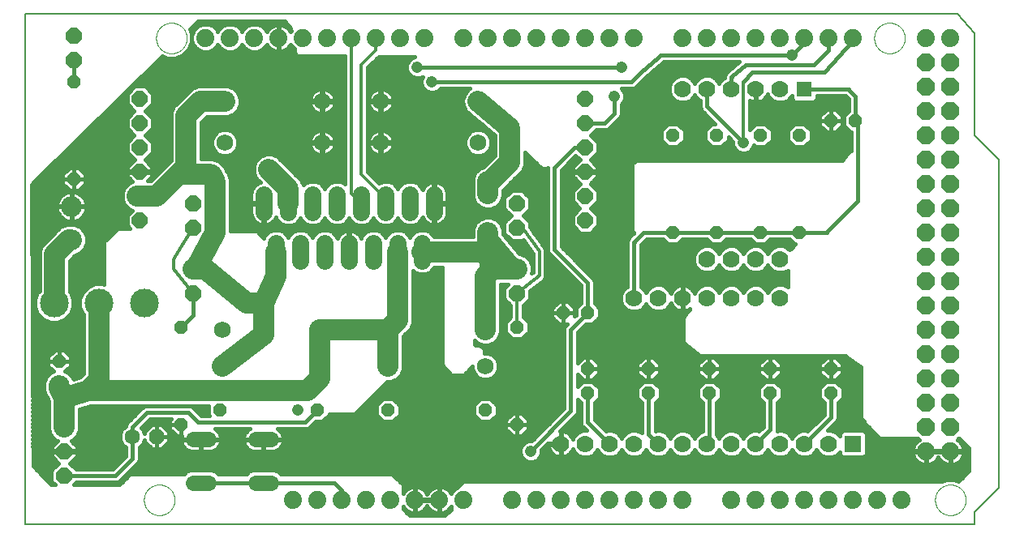
<source format=gbl>
G75*
%MOIN*%
%OFA0B0*%
%FSLAX25Y25*%
%IPPOS*%
%LPD*%
%AMOC8*
5,1,8,0,0,1.08239X$1,22.5*
%
%ADD10C,0.08600*%
%ADD11C,0.06300*%
%ADD12OC8,0.06300*%
%ADD13OC8,0.05600*%
%ADD14C,0.06800*%
%ADD15C,0.07124*%
%ADD16OC8,0.06600*%
%ADD17R,0.06400X0.06400*%
%ADD18C,0.07000*%
%ADD19C,0.00800*%
%ADD20C,0.07400*%
%ADD21OC8,0.07400*%
%ADD22C,0.00000*%
%ADD23C,0.06400*%
%ADD24R,0.07000X0.07000*%
%ADD25OC8,0.06400*%
%ADD26C,0.11811*%
%ADD27C,0.01600*%
%ADD28C,0.01500*%
%ADD29C,0.04756*%
%ADD30C,0.01200*%
%ADD31C,0.08500*%
%ADD32C,0.08268*%
%ADD33C,0.08750*%
D10*
X0024000Y0123223D03*
X0024000Y0137003D03*
D11*
X0049000Y0042310D03*
D12*
X0059000Y0042310D03*
D13*
X0069000Y0047310D03*
X0085000Y0053310D03*
X0125000Y0053310D03*
X0154000Y0053310D03*
X0194000Y0053310D03*
X0207000Y0047310D03*
X0236000Y0060310D03*
X0236000Y0070310D03*
X0261000Y0070310D03*
X0261000Y0060310D03*
X0286000Y0060310D03*
X0286000Y0070310D03*
X0311000Y0070310D03*
X0311000Y0060310D03*
X0336000Y0060310D03*
X0336000Y0070310D03*
X0236000Y0093310D03*
X0226000Y0093310D03*
X0207000Y0087310D03*
X0271000Y0126310D03*
X0289000Y0126310D03*
X0307000Y0126310D03*
X0323000Y0126310D03*
X0323000Y0166310D03*
X0336000Y0172310D03*
X0346000Y0172310D03*
X0307000Y0166310D03*
X0289000Y0166310D03*
X0271000Y0166310D03*
X0069000Y0087310D03*
X0019000Y0073310D03*
X0019000Y0063310D03*
X0025000Y0148310D03*
X0025000Y0188310D03*
D14*
X0087000Y0180310D03*
X0087000Y0163310D03*
X0127000Y0163310D03*
X0151000Y0163310D03*
X0151000Y0180310D03*
X0127000Y0180310D03*
X0191000Y0180310D03*
X0191000Y0163310D03*
X0194000Y0086310D03*
X0194000Y0071310D03*
X0154000Y0071310D03*
X0126000Y0071310D03*
X0126000Y0086310D03*
X0154000Y0086310D03*
X0086000Y0086310D03*
X0086000Y0071310D03*
D15*
X0108000Y0114748D02*
X0108000Y0121872D01*
X0118000Y0121872D02*
X0118000Y0114748D01*
X0128000Y0114748D02*
X0128000Y0121872D01*
X0138000Y0121872D02*
X0138000Y0114748D01*
X0148000Y0114748D02*
X0148000Y0121872D01*
X0158000Y0121872D02*
X0158000Y0114748D01*
X0168000Y0114748D02*
X0168000Y0121872D01*
X0163000Y0134748D02*
X0163000Y0141872D01*
X0173000Y0141872D02*
X0173000Y0134748D01*
X0153000Y0134748D02*
X0153000Y0141872D01*
X0143000Y0141872D02*
X0143000Y0134748D01*
X0133000Y0134748D02*
X0133000Y0141872D01*
X0123000Y0141872D02*
X0123000Y0134748D01*
X0113000Y0134748D02*
X0113000Y0141872D01*
X0103000Y0141872D02*
X0103000Y0134748D01*
D16*
X0074000Y0138310D03*
X0074000Y0128310D03*
X0074000Y0111310D03*
X0074000Y0101310D03*
X0021000Y0046310D03*
X0021000Y0036310D03*
X0021000Y0026310D03*
X0207000Y0101310D03*
X0207000Y0111310D03*
X0207000Y0128310D03*
X0207000Y0138310D03*
X0025000Y0197310D03*
X0025000Y0207310D03*
D17*
X0325000Y0185310D03*
D18*
X0315000Y0185310D03*
X0305000Y0185310D03*
X0295000Y0185310D03*
X0285000Y0185310D03*
X0275000Y0185310D03*
X0285000Y0115310D03*
X0295000Y0115310D03*
X0305000Y0115310D03*
X0315000Y0115310D03*
X0315000Y0099310D03*
X0305000Y0099310D03*
X0295000Y0099310D03*
X0285000Y0099310D03*
X0275000Y0099310D03*
X0265000Y0099310D03*
X0255000Y0099310D03*
X0255000Y0039310D03*
X0245000Y0039310D03*
X0235000Y0039310D03*
X0225000Y0039310D03*
X0265000Y0039310D03*
X0275000Y0039310D03*
X0285000Y0039310D03*
X0295000Y0039310D03*
X0305000Y0039310D03*
X0315000Y0039310D03*
X0325000Y0039310D03*
X0335000Y0039310D03*
D19*
X0005000Y0006310D02*
X0005000Y0216310D01*
X0388000Y0216310D01*
X0395000Y0208310D01*
X0395000Y0166310D01*
X0405000Y0156310D01*
X0405000Y0021310D01*
X0395000Y0011310D01*
X0395000Y0006310D01*
X0005000Y0006310D01*
D20*
X0115000Y0016310D03*
X0125000Y0016310D03*
X0135000Y0016310D03*
X0145000Y0016310D03*
X0155000Y0016310D03*
X0165000Y0016310D03*
X0175000Y0016310D03*
X0185000Y0016310D03*
X0205000Y0016310D03*
X0215000Y0016310D03*
X0225000Y0016310D03*
X0235000Y0016310D03*
X0245000Y0016310D03*
X0255000Y0016310D03*
X0265000Y0016310D03*
X0275000Y0016310D03*
X0295000Y0016310D03*
X0305000Y0016310D03*
X0315000Y0016310D03*
X0325000Y0016310D03*
X0335000Y0016310D03*
X0345000Y0016310D03*
X0355000Y0016310D03*
X0365000Y0016310D03*
X0375000Y0036310D03*
X0385000Y0036310D03*
X0385000Y0206310D03*
X0375000Y0206310D03*
X0345000Y0206310D03*
X0335000Y0206310D03*
X0325000Y0206310D03*
X0315000Y0206310D03*
X0305000Y0206310D03*
X0295000Y0206310D03*
X0285000Y0206310D03*
X0275000Y0206310D03*
X0255000Y0206310D03*
X0245000Y0206310D03*
X0235000Y0206310D03*
X0225000Y0206310D03*
X0215000Y0206310D03*
X0205000Y0206310D03*
X0195000Y0206310D03*
X0185000Y0206310D03*
X0169000Y0206310D03*
X0159000Y0206310D03*
X0149000Y0206310D03*
X0139000Y0206310D03*
X0129000Y0206310D03*
X0119000Y0206310D03*
X0109000Y0206310D03*
X0099000Y0206310D03*
X0089000Y0206310D03*
X0079000Y0206310D03*
D21*
X0375000Y0196310D03*
X0385000Y0196310D03*
X0385000Y0186310D03*
X0375000Y0186310D03*
X0375000Y0176310D03*
X0385000Y0176310D03*
X0385000Y0166310D03*
X0375000Y0166310D03*
X0375000Y0156310D03*
X0385000Y0156310D03*
X0385000Y0146310D03*
X0375000Y0146310D03*
X0375000Y0136310D03*
X0385000Y0136310D03*
X0385000Y0126310D03*
X0375000Y0126310D03*
X0375000Y0116310D03*
X0385000Y0116310D03*
X0385000Y0106310D03*
X0375000Y0106310D03*
X0375000Y0096310D03*
X0385000Y0096310D03*
X0385000Y0086310D03*
X0375000Y0086310D03*
X0375000Y0076310D03*
X0385000Y0076310D03*
X0385000Y0066310D03*
X0375000Y0066310D03*
X0375000Y0056310D03*
X0385000Y0056310D03*
X0385000Y0046310D03*
X0375000Y0046310D03*
D22*
X0378701Y0016310D02*
X0378703Y0016468D01*
X0378709Y0016626D01*
X0378719Y0016784D01*
X0378733Y0016942D01*
X0378751Y0017099D01*
X0378772Y0017256D01*
X0378798Y0017412D01*
X0378828Y0017568D01*
X0378861Y0017723D01*
X0378899Y0017876D01*
X0378940Y0018029D01*
X0378985Y0018181D01*
X0379034Y0018332D01*
X0379087Y0018481D01*
X0379143Y0018629D01*
X0379203Y0018775D01*
X0379267Y0018920D01*
X0379335Y0019063D01*
X0379406Y0019205D01*
X0379480Y0019345D01*
X0379558Y0019482D01*
X0379640Y0019618D01*
X0379724Y0019752D01*
X0379813Y0019883D01*
X0379904Y0020012D01*
X0379999Y0020139D01*
X0380096Y0020264D01*
X0380197Y0020386D01*
X0380301Y0020505D01*
X0380408Y0020622D01*
X0380518Y0020736D01*
X0380631Y0020847D01*
X0380746Y0020956D01*
X0380864Y0021061D01*
X0380985Y0021163D01*
X0381108Y0021263D01*
X0381234Y0021359D01*
X0381362Y0021452D01*
X0381492Y0021542D01*
X0381625Y0021628D01*
X0381760Y0021712D01*
X0381896Y0021791D01*
X0382035Y0021868D01*
X0382176Y0021940D01*
X0382318Y0022010D01*
X0382462Y0022075D01*
X0382608Y0022137D01*
X0382755Y0022195D01*
X0382904Y0022250D01*
X0383054Y0022301D01*
X0383205Y0022348D01*
X0383357Y0022391D01*
X0383510Y0022430D01*
X0383665Y0022466D01*
X0383820Y0022497D01*
X0383976Y0022525D01*
X0384132Y0022549D01*
X0384289Y0022569D01*
X0384447Y0022585D01*
X0384604Y0022597D01*
X0384763Y0022605D01*
X0384921Y0022609D01*
X0385079Y0022609D01*
X0385237Y0022605D01*
X0385396Y0022597D01*
X0385553Y0022585D01*
X0385711Y0022569D01*
X0385868Y0022549D01*
X0386024Y0022525D01*
X0386180Y0022497D01*
X0386335Y0022466D01*
X0386490Y0022430D01*
X0386643Y0022391D01*
X0386795Y0022348D01*
X0386946Y0022301D01*
X0387096Y0022250D01*
X0387245Y0022195D01*
X0387392Y0022137D01*
X0387538Y0022075D01*
X0387682Y0022010D01*
X0387824Y0021940D01*
X0387965Y0021868D01*
X0388104Y0021791D01*
X0388240Y0021712D01*
X0388375Y0021628D01*
X0388508Y0021542D01*
X0388638Y0021452D01*
X0388766Y0021359D01*
X0388892Y0021263D01*
X0389015Y0021163D01*
X0389136Y0021061D01*
X0389254Y0020956D01*
X0389369Y0020847D01*
X0389482Y0020736D01*
X0389592Y0020622D01*
X0389699Y0020505D01*
X0389803Y0020386D01*
X0389904Y0020264D01*
X0390001Y0020139D01*
X0390096Y0020012D01*
X0390187Y0019883D01*
X0390276Y0019752D01*
X0390360Y0019618D01*
X0390442Y0019482D01*
X0390520Y0019345D01*
X0390594Y0019205D01*
X0390665Y0019063D01*
X0390733Y0018920D01*
X0390797Y0018775D01*
X0390857Y0018629D01*
X0390913Y0018481D01*
X0390966Y0018332D01*
X0391015Y0018181D01*
X0391060Y0018029D01*
X0391101Y0017876D01*
X0391139Y0017723D01*
X0391172Y0017568D01*
X0391202Y0017412D01*
X0391228Y0017256D01*
X0391249Y0017099D01*
X0391267Y0016942D01*
X0391281Y0016784D01*
X0391291Y0016626D01*
X0391297Y0016468D01*
X0391299Y0016310D01*
X0391297Y0016152D01*
X0391291Y0015994D01*
X0391281Y0015836D01*
X0391267Y0015678D01*
X0391249Y0015521D01*
X0391228Y0015364D01*
X0391202Y0015208D01*
X0391172Y0015052D01*
X0391139Y0014897D01*
X0391101Y0014744D01*
X0391060Y0014591D01*
X0391015Y0014439D01*
X0390966Y0014288D01*
X0390913Y0014139D01*
X0390857Y0013991D01*
X0390797Y0013845D01*
X0390733Y0013700D01*
X0390665Y0013557D01*
X0390594Y0013415D01*
X0390520Y0013275D01*
X0390442Y0013138D01*
X0390360Y0013002D01*
X0390276Y0012868D01*
X0390187Y0012737D01*
X0390096Y0012608D01*
X0390001Y0012481D01*
X0389904Y0012356D01*
X0389803Y0012234D01*
X0389699Y0012115D01*
X0389592Y0011998D01*
X0389482Y0011884D01*
X0389369Y0011773D01*
X0389254Y0011664D01*
X0389136Y0011559D01*
X0389015Y0011457D01*
X0388892Y0011357D01*
X0388766Y0011261D01*
X0388638Y0011168D01*
X0388508Y0011078D01*
X0388375Y0010992D01*
X0388240Y0010908D01*
X0388104Y0010829D01*
X0387965Y0010752D01*
X0387824Y0010680D01*
X0387682Y0010610D01*
X0387538Y0010545D01*
X0387392Y0010483D01*
X0387245Y0010425D01*
X0387096Y0010370D01*
X0386946Y0010319D01*
X0386795Y0010272D01*
X0386643Y0010229D01*
X0386490Y0010190D01*
X0386335Y0010154D01*
X0386180Y0010123D01*
X0386024Y0010095D01*
X0385868Y0010071D01*
X0385711Y0010051D01*
X0385553Y0010035D01*
X0385396Y0010023D01*
X0385237Y0010015D01*
X0385079Y0010011D01*
X0384921Y0010011D01*
X0384763Y0010015D01*
X0384604Y0010023D01*
X0384447Y0010035D01*
X0384289Y0010051D01*
X0384132Y0010071D01*
X0383976Y0010095D01*
X0383820Y0010123D01*
X0383665Y0010154D01*
X0383510Y0010190D01*
X0383357Y0010229D01*
X0383205Y0010272D01*
X0383054Y0010319D01*
X0382904Y0010370D01*
X0382755Y0010425D01*
X0382608Y0010483D01*
X0382462Y0010545D01*
X0382318Y0010610D01*
X0382176Y0010680D01*
X0382035Y0010752D01*
X0381896Y0010829D01*
X0381760Y0010908D01*
X0381625Y0010992D01*
X0381492Y0011078D01*
X0381362Y0011168D01*
X0381234Y0011261D01*
X0381108Y0011357D01*
X0380985Y0011457D01*
X0380864Y0011559D01*
X0380746Y0011664D01*
X0380631Y0011773D01*
X0380518Y0011884D01*
X0380408Y0011998D01*
X0380301Y0012115D01*
X0380197Y0012234D01*
X0380096Y0012356D01*
X0379999Y0012481D01*
X0379904Y0012608D01*
X0379813Y0012737D01*
X0379724Y0012868D01*
X0379640Y0013002D01*
X0379558Y0013138D01*
X0379480Y0013275D01*
X0379406Y0013415D01*
X0379335Y0013557D01*
X0379267Y0013700D01*
X0379203Y0013845D01*
X0379143Y0013991D01*
X0379087Y0014139D01*
X0379034Y0014288D01*
X0378985Y0014439D01*
X0378940Y0014591D01*
X0378899Y0014744D01*
X0378861Y0014897D01*
X0378828Y0015052D01*
X0378798Y0015208D01*
X0378772Y0015364D01*
X0378751Y0015521D01*
X0378733Y0015678D01*
X0378719Y0015836D01*
X0378709Y0015994D01*
X0378703Y0016152D01*
X0378701Y0016310D01*
X0053701Y0016310D02*
X0053703Y0016468D01*
X0053709Y0016626D01*
X0053719Y0016784D01*
X0053733Y0016942D01*
X0053751Y0017099D01*
X0053772Y0017256D01*
X0053798Y0017412D01*
X0053828Y0017568D01*
X0053861Y0017723D01*
X0053899Y0017876D01*
X0053940Y0018029D01*
X0053985Y0018181D01*
X0054034Y0018332D01*
X0054087Y0018481D01*
X0054143Y0018629D01*
X0054203Y0018775D01*
X0054267Y0018920D01*
X0054335Y0019063D01*
X0054406Y0019205D01*
X0054480Y0019345D01*
X0054558Y0019482D01*
X0054640Y0019618D01*
X0054724Y0019752D01*
X0054813Y0019883D01*
X0054904Y0020012D01*
X0054999Y0020139D01*
X0055096Y0020264D01*
X0055197Y0020386D01*
X0055301Y0020505D01*
X0055408Y0020622D01*
X0055518Y0020736D01*
X0055631Y0020847D01*
X0055746Y0020956D01*
X0055864Y0021061D01*
X0055985Y0021163D01*
X0056108Y0021263D01*
X0056234Y0021359D01*
X0056362Y0021452D01*
X0056492Y0021542D01*
X0056625Y0021628D01*
X0056760Y0021712D01*
X0056896Y0021791D01*
X0057035Y0021868D01*
X0057176Y0021940D01*
X0057318Y0022010D01*
X0057462Y0022075D01*
X0057608Y0022137D01*
X0057755Y0022195D01*
X0057904Y0022250D01*
X0058054Y0022301D01*
X0058205Y0022348D01*
X0058357Y0022391D01*
X0058510Y0022430D01*
X0058665Y0022466D01*
X0058820Y0022497D01*
X0058976Y0022525D01*
X0059132Y0022549D01*
X0059289Y0022569D01*
X0059447Y0022585D01*
X0059604Y0022597D01*
X0059763Y0022605D01*
X0059921Y0022609D01*
X0060079Y0022609D01*
X0060237Y0022605D01*
X0060396Y0022597D01*
X0060553Y0022585D01*
X0060711Y0022569D01*
X0060868Y0022549D01*
X0061024Y0022525D01*
X0061180Y0022497D01*
X0061335Y0022466D01*
X0061490Y0022430D01*
X0061643Y0022391D01*
X0061795Y0022348D01*
X0061946Y0022301D01*
X0062096Y0022250D01*
X0062245Y0022195D01*
X0062392Y0022137D01*
X0062538Y0022075D01*
X0062682Y0022010D01*
X0062824Y0021940D01*
X0062965Y0021868D01*
X0063104Y0021791D01*
X0063240Y0021712D01*
X0063375Y0021628D01*
X0063508Y0021542D01*
X0063638Y0021452D01*
X0063766Y0021359D01*
X0063892Y0021263D01*
X0064015Y0021163D01*
X0064136Y0021061D01*
X0064254Y0020956D01*
X0064369Y0020847D01*
X0064482Y0020736D01*
X0064592Y0020622D01*
X0064699Y0020505D01*
X0064803Y0020386D01*
X0064904Y0020264D01*
X0065001Y0020139D01*
X0065096Y0020012D01*
X0065187Y0019883D01*
X0065276Y0019752D01*
X0065360Y0019618D01*
X0065442Y0019482D01*
X0065520Y0019345D01*
X0065594Y0019205D01*
X0065665Y0019063D01*
X0065733Y0018920D01*
X0065797Y0018775D01*
X0065857Y0018629D01*
X0065913Y0018481D01*
X0065966Y0018332D01*
X0066015Y0018181D01*
X0066060Y0018029D01*
X0066101Y0017876D01*
X0066139Y0017723D01*
X0066172Y0017568D01*
X0066202Y0017412D01*
X0066228Y0017256D01*
X0066249Y0017099D01*
X0066267Y0016942D01*
X0066281Y0016784D01*
X0066291Y0016626D01*
X0066297Y0016468D01*
X0066299Y0016310D01*
X0066297Y0016152D01*
X0066291Y0015994D01*
X0066281Y0015836D01*
X0066267Y0015678D01*
X0066249Y0015521D01*
X0066228Y0015364D01*
X0066202Y0015208D01*
X0066172Y0015052D01*
X0066139Y0014897D01*
X0066101Y0014744D01*
X0066060Y0014591D01*
X0066015Y0014439D01*
X0065966Y0014288D01*
X0065913Y0014139D01*
X0065857Y0013991D01*
X0065797Y0013845D01*
X0065733Y0013700D01*
X0065665Y0013557D01*
X0065594Y0013415D01*
X0065520Y0013275D01*
X0065442Y0013138D01*
X0065360Y0013002D01*
X0065276Y0012868D01*
X0065187Y0012737D01*
X0065096Y0012608D01*
X0065001Y0012481D01*
X0064904Y0012356D01*
X0064803Y0012234D01*
X0064699Y0012115D01*
X0064592Y0011998D01*
X0064482Y0011884D01*
X0064369Y0011773D01*
X0064254Y0011664D01*
X0064136Y0011559D01*
X0064015Y0011457D01*
X0063892Y0011357D01*
X0063766Y0011261D01*
X0063638Y0011168D01*
X0063508Y0011078D01*
X0063375Y0010992D01*
X0063240Y0010908D01*
X0063104Y0010829D01*
X0062965Y0010752D01*
X0062824Y0010680D01*
X0062682Y0010610D01*
X0062538Y0010545D01*
X0062392Y0010483D01*
X0062245Y0010425D01*
X0062096Y0010370D01*
X0061946Y0010319D01*
X0061795Y0010272D01*
X0061643Y0010229D01*
X0061490Y0010190D01*
X0061335Y0010154D01*
X0061180Y0010123D01*
X0061024Y0010095D01*
X0060868Y0010071D01*
X0060711Y0010051D01*
X0060553Y0010035D01*
X0060396Y0010023D01*
X0060237Y0010015D01*
X0060079Y0010011D01*
X0059921Y0010011D01*
X0059763Y0010015D01*
X0059604Y0010023D01*
X0059447Y0010035D01*
X0059289Y0010051D01*
X0059132Y0010071D01*
X0058976Y0010095D01*
X0058820Y0010123D01*
X0058665Y0010154D01*
X0058510Y0010190D01*
X0058357Y0010229D01*
X0058205Y0010272D01*
X0058054Y0010319D01*
X0057904Y0010370D01*
X0057755Y0010425D01*
X0057608Y0010483D01*
X0057462Y0010545D01*
X0057318Y0010610D01*
X0057176Y0010680D01*
X0057035Y0010752D01*
X0056896Y0010829D01*
X0056760Y0010908D01*
X0056625Y0010992D01*
X0056492Y0011078D01*
X0056362Y0011168D01*
X0056234Y0011261D01*
X0056108Y0011357D01*
X0055985Y0011457D01*
X0055864Y0011559D01*
X0055746Y0011664D01*
X0055631Y0011773D01*
X0055518Y0011884D01*
X0055408Y0011998D01*
X0055301Y0012115D01*
X0055197Y0012234D01*
X0055096Y0012356D01*
X0054999Y0012481D01*
X0054904Y0012608D01*
X0054813Y0012737D01*
X0054724Y0012868D01*
X0054640Y0013002D01*
X0054558Y0013138D01*
X0054480Y0013275D01*
X0054406Y0013415D01*
X0054335Y0013557D01*
X0054267Y0013700D01*
X0054203Y0013845D01*
X0054143Y0013991D01*
X0054087Y0014139D01*
X0054034Y0014288D01*
X0053985Y0014439D01*
X0053940Y0014591D01*
X0053899Y0014744D01*
X0053861Y0014897D01*
X0053828Y0015052D01*
X0053798Y0015208D01*
X0053772Y0015364D01*
X0053751Y0015521D01*
X0053733Y0015678D01*
X0053719Y0015836D01*
X0053709Y0015994D01*
X0053703Y0016152D01*
X0053701Y0016310D01*
X0058701Y0206310D02*
X0058703Y0206468D01*
X0058709Y0206626D01*
X0058719Y0206784D01*
X0058733Y0206942D01*
X0058751Y0207099D01*
X0058772Y0207256D01*
X0058798Y0207412D01*
X0058828Y0207568D01*
X0058861Y0207723D01*
X0058899Y0207876D01*
X0058940Y0208029D01*
X0058985Y0208181D01*
X0059034Y0208332D01*
X0059087Y0208481D01*
X0059143Y0208629D01*
X0059203Y0208775D01*
X0059267Y0208920D01*
X0059335Y0209063D01*
X0059406Y0209205D01*
X0059480Y0209345D01*
X0059558Y0209482D01*
X0059640Y0209618D01*
X0059724Y0209752D01*
X0059813Y0209883D01*
X0059904Y0210012D01*
X0059999Y0210139D01*
X0060096Y0210264D01*
X0060197Y0210386D01*
X0060301Y0210505D01*
X0060408Y0210622D01*
X0060518Y0210736D01*
X0060631Y0210847D01*
X0060746Y0210956D01*
X0060864Y0211061D01*
X0060985Y0211163D01*
X0061108Y0211263D01*
X0061234Y0211359D01*
X0061362Y0211452D01*
X0061492Y0211542D01*
X0061625Y0211628D01*
X0061760Y0211712D01*
X0061896Y0211791D01*
X0062035Y0211868D01*
X0062176Y0211940D01*
X0062318Y0212010D01*
X0062462Y0212075D01*
X0062608Y0212137D01*
X0062755Y0212195D01*
X0062904Y0212250D01*
X0063054Y0212301D01*
X0063205Y0212348D01*
X0063357Y0212391D01*
X0063510Y0212430D01*
X0063665Y0212466D01*
X0063820Y0212497D01*
X0063976Y0212525D01*
X0064132Y0212549D01*
X0064289Y0212569D01*
X0064447Y0212585D01*
X0064604Y0212597D01*
X0064763Y0212605D01*
X0064921Y0212609D01*
X0065079Y0212609D01*
X0065237Y0212605D01*
X0065396Y0212597D01*
X0065553Y0212585D01*
X0065711Y0212569D01*
X0065868Y0212549D01*
X0066024Y0212525D01*
X0066180Y0212497D01*
X0066335Y0212466D01*
X0066490Y0212430D01*
X0066643Y0212391D01*
X0066795Y0212348D01*
X0066946Y0212301D01*
X0067096Y0212250D01*
X0067245Y0212195D01*
X0067392Y0212137D01*
X0067538Y0212075D01*
X0067682Y0212010D01*
X0067824Y0211940D01*
X0067965Y0211868D01*
X0068104Y0211791D01*
X0068240Y0211712D01*
X0068375Y0211628D01*
X0068508Y0211542D01*
X0068638Y0211452D01*
X0068766Y0211359D01*
X0068892Y0211263D01*
X0069015Y0211163D01*
X0069136Y0211061D01*
X0069254Y0210956D01*
X0069369Y0210847D01*
X0069482Y0210736D01*
X0069592Y0210622D01*
X0069699Y0210505D01*
X0069803Y0210386D01*
X0069904Y0210264D01*
X0070001Y0210139D01*
X0070096Y0210012D01*
X0070187Y0209883D01*
X0070276Y0209752D01*
X0070360Y0209618D01*
X0070442Y0209482D01*
X0070520Y0209345D01*
X0070594Y0209205D01*
X0070665Y0209063D01*
X0070733Y0208920D01*
X0070797Y0208775D01*
X0070857Y0208629D01*
X0070913Y0208481D01*
X0070966Y0208332D01*
X0071015Y0208181D01*
X0071060Y0208029D01*
X0071101Y0207876D01*
X0071139Y0207723D01*
X0071172Y0207568D01*
X0071202Y0207412D01*
X0071228Y0207256D01*
X0071249Y0207099D01*
X0071267Y0206942D01*
X0071281Y0206784D01*
X0071291Y0206626D01*
X0071297Y0206468D01*
X0071299Y0206310D01*
X0071297Y0206152D01*
X0071291Y0205994D01*
X0071281Y0205836D01*
X0071267Y0205678D01*
X0071249Y0205521D01*
X0071228Y0205364D01*
X0071202Y0205208D01*
X0071172Y0205052D01*
X0071139Y0204897D01*
X0071101Y0204744D01*
X0071060Y0204591D01*
X0071015Y0204439D01*
X0070966Y0204288D01*
X0070913Y0204139D01*
X0070857Y0203991D01*
X0070797Y0203845D01*
X0070733Y0203700D01*
X0070665Y0203557D01*
X0070594Y0203415D01*
X0070520Y0203275D01*
X0070442Y0203138D01*
X0070360Y0203002D01*
X0070276Y0202868D01*
X0070187Y0202737D01*
X0070096Y0202608D01*
X0070001Y0202481D01*
X0069904Y0202356D01*
X0069803Y0202234D01*
X0069699Y0202115D01*
X0069592Y0201998D01*
X0069482Y0201884D01*
X0069369Y0201773D01*
X0069254Y0201664D01*
X0069136Y0201559D01*
X0069015Y0201457D01*
X0068892Y0201357D01*
X0068766Y0201261D01*
X0068638Y0201168D01*
X0068508Y0201078D01*
X0068375Y0200992D01*
X0068240Y0200908D01*
X0068104Y0200829D01*
X0067965Y0200752D01*
X0067824Y0200680D01*
X0067682Y0200610D01*
X0067538Y0200545D01*
X0067392Y0200483D01*
X0067245Y0200425D01*
X0067096Y0200370D01*
X0066946Y0200319D01*
X0066795Y0200272D01*
X0066643Y0200229D01*
X0066490Y0200190D01*
X0066335Y0200154D01*
X0066180Y0200123D01*
X0066024Y0200095D01*
X0065868Y0200071D01*
X0065711Y0200051D01*
X0065553Y0200035D01*
X0065396Y0200023D01*
X0065237Y0200015D01*
X0065079Y0200011D01*
X0064921Y0200011D01*
X0064763Y0200015D01*
X0064604Y0200023D01*
X0064447Y0200035D01*
X0064289Y0200051D01*
X0064132Y0200071D01*
X0063976Y0200095D01*
X0063820Y0200123D01*
X0063665Y0200154D01*
X0063510Y0200190D01*
X0063357Y0200229D01*
X0063205Y0200272D01*
X0063054Y0200319D01*
X0062904Y0200370D01*
X0062755Y0200425D01*
X0062608Y0200483D01*
X0062462Y0200545D01*
X0062318Y0200610D01*
X0062176Y0200680D01*
X0062035Y0200752D01*
X0061896Y0200829D01*
X0061760Y0200908D01*
X0061625Y0200992D01*
X0061492Y0201078D01*
X0061362Y0201168D01*
X0061234Y0201261D01*
X0061108Y0201357D01*
X0060985Y0201457D01*
X0060864Y0201559D01*
X0060746Y0201664D01*
X0060631Y0201773D01*
X0060518Y0201884D01*
X0060408Y0201998D01*
X0060301Y0202115D01*
X0060197Y0202234D01*
X0060096Y0202356D01*
X0059999Y0202481D01*
X0059904Y0202608D01*
X0059813Y0202737D01*
X0059724Y0202868D01*
X0059640Y0203002D01*
X0059558Y0203138D01*
X0059480Y0203275D01*
X0059406Y0203415D01*
X0059335Y0203557D01*
X0059267Y0203700D01*
X0059203Y0203845D01*
X0059143Y0203991D01*
X0059087Y0204139D01*
X0059034Y0204288D01*
X0058985Y0204439D01*
X0058940Y0204591D01*
X0058899Y0204744D01*
X0058861Y0204897D01*
X0058828Y0205052D01*
X0058798Y0205208D01*
X0058772Y0205364D01*
X0058751Y0205521D01*
X0058733Y0205678D01*
X0058719Y0205836D01*
X0058709Y0205994D01*
X0058703Y0206152D01*
X0058701Y0206310D01*
X0353701Y0206310D02*
X0353703Y0206468D01*
X0353709Y0206626D01*
X0353719Y0206784D01*
X0353733Y0206942D01*
X0353751Y0207099D01*
X0353772Y0207256D01*
X0353798Y0207412D01*
X0353828Y0207568D01*
X0353861Y0207723D01*
X0353899Y0207876D01*
X0353940Y0208029D01*
X0353985Y0208181D01*
X0354034Y0208332D01*
X0354087Y0208481D01*
X0354143Y0208629D01*
X0354203Y0208775D01*
X0354267Y0208920D01*
X0354335Y0209063D01*
X0354406Y0209205D01*
X0354480Y0209345D01*
X0354558Y0209482D01*
X0354640Y0209618D01*
X0354724Y0209752D01*
X0354813Y0209883D01*
X0354904Y0210012D01*
X0354999Y0210139D01*
X0355096Y0210264D01*
X0355197Y0210386D01*
X0355301Y0210505D01*
X0355408Y0210622D01*
X0355518Y0210736D01*
X0355631Y0210847D01*
X0355746Y0210956D01*
X0355864Y0211061D01*
X0355985Y0211163D01*
X0356108Y0211263D01*
X0356234Y0211359D01*
X0356362Y0211452D01*
X0356492Y0211542D01*
X0356625Y0211628D01*
X0356760Y0211712D01*
X0356896Y0211791D01*
X0357035Y0211868D01*
X0357176Y0211940D01*
X0357318Y0212010D01*
X0357462Y0212075D01*
X0357608Y0212137D01*
X0357755Y0212195D01*
X0357904Y0212250D01*
X0358054Y0212301D01*
X0358205Y0212348D01*
X0358357Y0212391D01*
X0358510Y0212430D01*
X0358665Y0212466D01*
X0358820Y0212497D01*
X0358976Y0212525D01*
X0359132Y0212549D01*
X0359289Y0212569D01*
X0359447Y0212585D01*
X0359604Y0212597D01*
X0359763Y0212605D01*
X0359921Y0212609D01*
X0360079Y0212609D01*
X0360237Y0212605D01*
X0360396Y0212597D01*
X0360553Y0212585D01*
X0360711Y0212569D01*
X0360868Y0212549D01*
X0361024Y0212525D01*
X0361180Y0212497D01*
X0361335Y0212466D01*
X0361490Y0212430D01*
X0361643Y0212391D01*
X0361795Y0212348D01*
X0361946Y0212301D01*
X0362096Y0212250D01*
X0362245Y0212195D01*
X0362392Y0212137D01*
X0362538Y0212075D01*
X0362682Y0212010D01*
X0362824Y0211940D01*
X0362965Y0211868D01*
X0363104Y0211791D01*
X0363240Y0211712D01*
X0363375Y0211628D01*
X0363508Y0211542D01*
X0363638Y0211452D01*
X0363766Y0211359D01*
X0363892Y0211263D01*
X0364015Y0211163D01*
X0364136Y0211061D01*
X0364254Y0210956D01*
X0364369Y0210847D01*
X0364482Y0210736D01*
X0364592Y0210622D01*
X0364699Y0210505D01*
X0364803Y0210386D01*
X0364904Y0210264D01*
X0365001Y0210139D01*
X0365096Y0210012D01*
X0365187Y0209883D01*
X0365276Y0209752D01*
X0365360Y0209618D01*
X0365442Y0209482D01*
X0365520Y0209345D01*
X0365594Y0209205D01*
X0365665Y0209063D01*
X0365733Y0208920D01*
X0365797Y0208775D01*
X0365857Y0208629D01*
X0365913Y0208481D01*
X0365966Y0208332D01*
X0366015Y0208181D01*
X0366060Y0208029D01*
X0366101Y0207876D01*
X0366139Y0207723D01*
X0366172Y0207568D01*
X0366202Y0207412D01*
X0366228Y0207256D01*
X0366249Y0207099D01*
X0366267Y0206942D01*
X0366281Y0206784D01*
X0366291Y0206626D01*
X0366297Y0206468D01*
X0366299Y0206310D01*
X0366297Y0206152D01*
X0366291Y0205994D01*
X0366281Y0205836D01*
X0366267Y0205678D01*
X0366249Y0205521D01*
X0366228Y0205364D01*
X0366202Y0205208D01*
X0366172Y0205052D01*
X0366139Y0204897D01*
X0366101Y0204744D01*
X0366060Y0204591D01*
X0366015Y0204439D01*
X0365966Y0204288D01*
X0365913Y0204139D01*
X0365857Y0203991D01*
X0365797Y0203845D01*
X0365733Y0203700D01*
X0365665Y0203557D01*
X0365594Y0203415D01*
X0365520Y0203275D01*
X0365442Y0203138D01*
X0365360Y0203002D01*
X0365276Y0202868D01*
X0365187Y0202737D01*
X0365096Y0202608D01*
X0365001Y0202481D01*
X0364904Y0202356D01*
X0364803Y0202234D01*
X0364699Y0202115D01*
X0364592Y0201998D01*
X0364482Y0201884D01*
X0364369Y0201773D01*
X0364254Y0201664D01*
X0364136Y0201559D01*
X0364015Y0201457D01*
X0363892Y0201357D01*
X0363766Y0201261D01*
X0363638Y0201168D01*
X0363508Y0201078D01*
X0363375Y0200992D01*
X0363240Y0200908D01*
X0363104Y0200829D01*
X0362965Y0200752D01*
X0362824Y0200680D01*
X0362682Y0200610D01*
X0362538Y0200545D01*
X0362392Y0200483D01*
X0362245Y0200425D01*
X0362096Y0200370D01*
X0361946Y0200319D01*
X0361795Y0200272D01*
X0361643Y0200229D01*
X0361490Y0200190D01*
X0361335Y0200154D01*
X0361180Y0200123D01*
X0361024Y0200095D01*
X0360868Y0200071D01*
X0360711Y0200051D01*
X0360553Y0200035D01*
X0360396Y0200023D01*
X0360237Y0200015D01*
X0360079Y0200011D01*
X0359921Y0200011D01*
X0359763Y0200015D01*
X0359604Y0200023D01*
X0359447Y0200035D01*
X0359289Y0200051D01*
X0359132Y0200071D01*
X0358976Y0200095D01*
X0358820Y0200123D01*
X0358665Y0200154D01*
X0358510Y0200190D01*
X0358357Y0200229D01*
X0358205Y0200272D01*
X0358054Y0200319D01*
X0357904Y0200370D01*
X0357755Y0200425D01*
X0357608Y0200483D01*
X0357462Y0200545D01*
X0357318Y0200610D01*
X0357176Y0200680D01*
X0357035Y0200752D01*
X0356896Y0200829D01*
X0356760Y0200908D01*
X0356625Y0200992D01*
X0356492Y0201078D01*
X0356362Y0201168D01*
X0356234Y0201261D01*
X0356108Y0201357D01*
X0355985Y0201457D01*
X0355864Y0201559D01*
X0355746Y0201664D01*
X0355631Y0201773D01*
X0355518Y0201884D01*
X0355408Y0201998D01*
X0355301Y0202115D01*
X0355197Y0202234D01*
X0355096Y0202356D01*
X0354999Y0202481D01*
X0354904Y0202608D01*
X0354813Y0202737D01*
X0354724Y0202868D01*
X0354640Y0203002D01*
X0354558Y0203138D01*
X0354480Y0203275D01*
X0354406Y0203415D01*
X0354335Y0203557D01*
X0354267Y0203700D01*
X0354203Y0203845D01*
X0354143Y0203991D01*
X0354087Y0204139D01*
X0354034Y0204288D01*
X0353985Y0204439D01*
X0353940Y0204591D01*
X0353899Y0204744D01*
X0353861Y0204897D01*
X0353828Y0205052D01*
X0353798Y0205208D01*
X0353772Y0205364D01*
X0353751Y0205521D01*
X0353733Y0205678D01*
X0353719Y0205836D01*
X0353709Y0205994D01*
X0353703Y0206152D01*
X0353701Y0206310D01*
D23*
X0106000Y0041210D02*
X0099600Y0041210D01*
X0080400Y0041210D02*
X0074000Y0041210D01*
X0074000Y0023410D02*
X0080400Y0023410D01*
X0099600Y0023410D02*
X0106000Y0023410D01*
D24*
X0345000Y0039310D03*
D25*
X0235000Y0131310D03*
X0235000Y0141310D03*
X0235000Y0151310D03*
X0235000Y0161310D03*
X0235000Y0171310D03*
X0235000Y0181310D03*
X0052000Y0181310D03*
X0052000Y0171310D03*
X0052000Y0161310D03*
X0052000Y0151310D03*
X0052000Y0141310D03*
X0052000Y0131310D03*
D26*
X0053780Y0097302D03*
X0035276Y0097302D03*
X0016772Y0097302D03*
D27*
X0024014Y0094128D02*
X0028033Y0094128D01*
X0028574Y0092824D02*
X0027370Y0095730D01*
X0027370Y0098875D01*
X0028574Y0101780D01*
X0030797Y0104004D01*
X0033703Y0105208D01*
X0036848Y0105208D01*
X0037200Y0105062D01*
X0037200Y0121867D01*
X0037626Y0122896D01*
X0038414Y0123684D01*
X0042414Y0127684D01*
X0043443Y0128110D01*
X0047846Y0128110D01*
X0046800Y0129156D01*
X0046800Y0133464D01*
X0048795Y0135458D01*
X0047460Y0136011D01*
X0045702Y0137770D01*
X0044750Y0140067D01*
X0044750Y0142553D01*
X0045702Y0144850D01*
X0047460Y0146608D01*
X0048995Y0147244D01*
X0047000Y0149239D01*
X0047000Y0151110D01*
X0051800Y0151110D01*
X0051800Y0151510D01*
X0047000Y0151510D01*
X0047000Y0153381D01*
X0049788Y0156169D01*
X0046800Y0159156D01*
X0046800Y0163464D01*
X0049646Y0166310D01*
X0046800Y0169156D01*
X0046800Y0173464D01*
X0049646Y0176310D01*
X0046800Y0179156D01*
X0046800Y0183464D01*
X0049846Y0186510D01*
X0054154Y0186510D01*
X0057200Y0183464D01*
X0057200Y0179156D01*
X0054354Y0176310D01*
X0057200Y0173464D01*
X0057200Y0169156D01*
X0054354Y0166310D01*
X0057200Y0163464D01*
X0057200Y0159156D01*
X0054212Y0156169D01*
X0057000Y0153381D01*
X0057000Y0151510D01*
X0052200Y0151510D01*
X0052200Y0151110D01*
X0057000Y0151110D01*
X0057000Y0149239D01*
X0055321Y0147560D01*
X0056411Y0147560D01*
X0064750Y0155899D01*
X0064750Y0175553D01*
X0065702Y0177850D01*
X0067460Y0179608D01*
X0073460Y0185608D01*
X0075757Y0186560D01*
X0088243Y0186560D01*
X0090540Y0185608D01*
X0092298Y0183850D01*
X0093250Y0181553D01*
X0093250Y0179067D01*
X0092298Y0176770D01*
X0090540Y0175011D01*
X0088243Y0174060D01*
X0079589Y0174060D01*
X0077250Y0171721D01*
X0077250Y0156560D01*
X0082243Y0156560D01*
X0084540Y0155608D01*
X0085592Y0154556D01*
X0086220Y0154092D01*
X0086463Y0153685D01*
X0086798Y0153350D01*
X0087097Y0152629D01*
X0087963Y0151185D01*
X0088298Y0150850D01*
X0088597Y0150129D01*
X0088999Y0149459D01*
X0089069Y0148991D01*
X0089250Y0148553D01*
X0089250Y0147772D01*
X0089365Y0147000D01*
X0089250Y0146541D01*
X0089250Y0127240D01*
X0089341Y0126940D01*
X0089340Y0126925D01*
X0089471Y0126958D01*
X0089792Y0126910D01*
X0099517Y0126910D01*
X0100473Y0126514D01*
X0101204Y0125783D01*
X0102898Y0124089D01*
X0103285Y0125023D01*
X0104849Y0126588D01*
X0106894Y0127434D01*
X0109106Y0127434D01*
X0111151Y0126588D01*
X0112715Y0125023D01*
X0113000Y0124336D01*
X0113285Y0125023D01*
X0114849Y0126588D01*
X0116894Y0127434D01*
X0119106Y0127434D01*
X0121151Y0126588D01*
X0122715Y0125023D01*
X0123000Y0124336D01*
X0123285Y0125023D01*
X0124849Y0126588D01*
X0126894Y0127434D01*
X0129106Y0127434D01*
X0131151Y0126588D01*
X0132715Y0125023D01*
X0133106Y0124079D01*
X0133414Y0124683D01*
X0133910Y0125365D01*
X0134507Y0125962D01*
X0135190Y0126458D01*
X0135942Y0126841D01*
X0136744Y0127102D01*
X0137578Y0127234D01*
X0137619Y0127234D01*
X0137619Y0118691D01*
X0138381Y0118691D01*
X0138381Y0127234D01*
X0138422Y0127234D01*
X0139256Y0127102D01*
X0140058Y0126841D01*
X0140810Y0126458D01*
X0141493Y0125962D01*
X0142090Y0125365D01*
X0142586Y0124683D01*
X0142894Y0124079D01*
X0143285Y0125023D01*
X0144849Y0126588D01*
X0146894Y0127434D01*
X0149106Y0127434D01*
X0151151Y0126588D01*
X0152715Y0125023D01*
X0153000Y0124336D01*
X0153285Y0125023D01*
X0154849Y0126588D01*
X0156894Y0127434D01*
X0159106Y0127434D01*
X0161151Y0126588D01*
X0162715Y0125023D01*
X0163000Y0124336D01*
X0163285Y0125023D01*
X0164849Y0126588D01*
X0166894Y0127434D01*
X0169106Y0127434D01*
X0171151Y0126588D01*
X0172715Y0125023D01*
X0172907Y0124560D01*
X0188750Y0124560D01*
X0188750Y0127553D01*
X0189702Y0129850D01*
X0191460Y0131608D01*
X0193757Y0132560D01*
X0196243Y0132560D01*
X0198540Y0131608D01*
X0200298Y0129850D01*
X0201250Y0127553D01*
X0201250Y0125573D01*
X0207927Y0117560D01*
X0208243Y0117560D01*
X0210540Y0116608D01*
X0212298Y0114850D01*
X0213250Y0112553D01*
X0213250Y0110067D01*
X0213009Y0109486D01*
X0213480Y0109865D01*
X0213480Y0117801D01*
X0209572Y0123386D01*
X0209195Y0123010D01*
X0204805Y0123010D01*
X0201700Y0126115D01*
X0201700Y0130505D01*
X0204505Y0133310D01*
X0201700Y0136115D01*
X0201700Y0140505D01*
X0204805Y0143610D01*
X0209195Y0143610D01*
X0212300Y0140505D01*
X0212300Y0136115D01*
X0209495Y0133310D01*
X0212300Y0130505D01*
X0212300Y0128558D01*
X0218080Y0120297D01*
X0218284Y0120093D01*
X0218373Y0119878D01*
X0218507Y0119687D01*
X0218569Y0119404D01*
X0218680Y0119137D01*
X0218680Y0118904D01*
X0218730Y0118677D01*
X0218680Y0118392D01*
X0218680Y0108993D01*
X0218720Y0108855D01*
X0218680Y0108480D01*
X0218680Y0108103D01*
X0218625Y0107970D01*
X0218609Y0107827D01*
X0218428Y0107496D01*
X0218284Y0107147D01*
X0218182Y0107045D01*
X0218113Y0106919D01*
X0217819Y0106682D01*
X0217553Y0106416D01*
X0217420Y0106361D01*
X0212300Y0102239D01*
X0212300Y0099115D01*
X0209600Y0096415D01*
X0209600Y0091498D01*
X0211800Y0089298D01*
X0211800Y0085322D01*
X0208988Y0082510D01*
X0205012Y0082510D01*
X0202200Y0085322D01*
X0202200Y0089298D01*
X0204400Y0091498D01*
X0204400Y0096415D01*
X0201700Y0099115D01*
X0201700Y0103505D01*
X0203255Y0105060D01*
X0200250Y0105060D01*
X0200250Y0085067D01*
X0199298Y0082770D01*
X0197540Y0081011D01*
X0195243Y0080060D01*
X0192757Y0080060D01*
X0190460Y0081011D01*
X0189600Y0081871D01*
X0189600Y0080387D01*
X0190077Y0079910D01*
X0191517Y0079910D01*
X0192473Y0079514D01*
X0193204Y0078783D01*
X0193600Y0077827D01*
X0193600Y0076793D01*
X0193566Y0076710D01*
X0195074Y0076710D01*
X0197059Y0075888D01*
X0198578Y0074369D01*
X0199400Y0072384D01*
X0199400Y0070236D01*
X0198578Y0068251D01*
X0197059Y0066732D01*
X0195074Y0065910D01*
X0192926Y0065910D01*
X0190941Y0066732D01*
X0189422Y0068251D01*
X0188600Y0070236D01*
X0188600Y0071233D01*
X0185473Y0068106D01*
X0184517Y0067710D01*
X0180483Y0067710D01*
X0179527Y0068106D01*
X0178796Y0068837D01*
X0178796Y0068837D01*
X0176796Y0070837D01*
X0176400Y0071793D01*
X0176400Y0112060D01*
X0172907Y0112060D01*
X0172715Y0111597D01*
X0171151Y0110032D01*
X0169106Y0109186D01*
X0166894Y0109186D01*
X0164849Y0110032D01*
X0164250Y0110632D01*
X0164250Y0089067D01*
X0163298Y0086770D01*
X0160250Y0083721D01*
X0160250Y0070067D01*
X0159298Y0067770D01*
X0157540Y0066011D01*
X0155243Y0065060D01*
X0153535Y0065060D01*
X0153480Y0064896D01*
X0153413Y0064819D01*
X0153374Y0064724D01*
X0153050Y0064400D01*
X0152750Y0064055D01*
X0152659Y0064009D01*
X0140586Y0051936D01*
X0139557Y0051510D01*
X0129800Y0051510D01*
X0129800Y0051322D01*
X0126988Y0048510D01*
X0124089Y0048510D01*
X0122331Y0046752D01*
X0122331Y0046752D01*
X0121558Y0045979D01*
X0120547Y0045560D01*
X0108476Y0045560D01*
X0108621Y0045486D01*
X0109257Y0045024D01*
X0109814Y0044467D01*
X0110276Y0043831D01*
X0110634Y0043129D01*
X0110877Y0042381D01*
X0111000Y0041603D01*
X0111000Y0041410D01*
X0103000Y0041410D01*
X0103000Y0041010D01*
X0111000Y0041010D01*
X0111000Y0040816D01*
X0110877Y0040039D01*
X0110634Y0039291D01*
X0110276Y0038589D01*
X0109814Y0037953D01*
X0109257Y0037396D01*
X0108621Y0036934D01*
X0107919Y0036576D01*
X0107171Y0036333D01*
X0106394Y0036210D01*
X0103000Y0036210D01*
X0103000Y0041010D01*
X0102600Y0041010D01*
X0094600Y0041010D01*
X0094600Y0040816D01*
X0094723Y0040039D01*
X0094966Y0039291D01*
X0095324Y0038589D01*
X0095786Y0037953D01*
X0096343Y0037396D01*
X0096979Y0036934D01*
X0097681Y0036576D01*
X0098429Y0036333D01*
X0099206Y0036210D01*
X0102600Y0036210D01*
X0102600Y0041010D01*
X0102600Y0041410D01*
X0094600Y0041410D01*
X0094600Y0041603D01*
X0094723Y0042381D01*
X0094966Y0043129D01*
X0095324Y0043831D01*
X0095786Y0044467D01*
X0096343Y0045024D01*
X0096979Y0045486D01*
X0097124Y0045560D01*
X0082876Y0045560D01*
X0083021Y0045486D01*
X0083657Y0045024D01*
X0084214Y0044467D01*
X0084676Y0043831D01*
X0085034Y0043129D01*
X0085277Y0042381D01*
X0085400Y0041603D01*
X0085400Y0041410D01*
X0077400Y0041410D01*
X0077400Y0041010D01*
X0085400Y0041010D01*
X0085400Y0040816D01*
X0085277Y0040039D01*
X0085034Y0039291D01*
X0084676Y0038589D01*
X0084214Y0037953D01*
X0083657Y0037396D01*
X0083021Y0036934D01*
X0082319Y0036576D01*
X0081571Y0036333D01*
X0080794Y0036210D01*
X0077400Y0036210D01*
X0077400Y0041010D01*
X0077000Y0041010D01*
X0069000Y0041010D01*
X0069000Y0040816D01*
X0069123Y0040039D01*
X0069366Y0039291D01*
X0069724Y0038589D01*
X0070186Y0037953D01*
X0070743Y0037396D01*
X0071379Y0036934D01*
X0072081Y0036576D01*
X0072829Y0036333D01*
X0073606Y0036210D01*
X0077000Y0036210D01*
X0077000Y0041010D01*
X0077000Y0041410D01*
X0069000Y0041410D01*
X0069000Y0041603D01*
X0069123Y0042381D01*
X0069230Y0042710D01*
X0069000Y0042710D01*
X0069000Y0047310D01*
X0069000Y0047310D01*
X0064400Y0047310D01*
X0064400Y0049215D01*
X0064745Y0049560D01*
X0056139Y0049560D01*
X0052586Y0046007D01*
X0053366Y0045227D01*
X0054050Y0043576D01*
X0054050Y0044360D01*
X0056950Y0047260D01*
X0059000Y0047260D01*
X0059000Y0042310D01*
X0059000Y0042310D01*
X0059000Y0047260D01*
X0061050Y0047260D01*
X0063950Y0044360D01*
X0063950Y0042310D01*
X0059000Y0042310D01*
X0059000Y0042310D01*
X0063950Y0042310D01*
X0063950Y0040260D01*
X0061050Y0037360D01*
X0059000Y0037360D01*
X0059000Y0042310D01*
X0059000Y0042310D01*
X0059000Y0037360D01*
X0056950Y0037360D01*
X0054050Y0040260D01*
X0054050Y0041044D01*
X0053366Y0039393D01*
X0051917Y0037944D01*
X0051750Y0037875D01*
X0051750Y0032763D01*
X0051331Y0031752D01*
X0050558Y0030979D01*
X0050558Y0030979D01*
X0043558Y0023979D01*
X0042547Y0023560D01*
X0025745Y0023560D01*
X0024795Y0022610D01*
X0043700Y0022610D01*
X0048000Y0026910D01*
X0070146Y0026910D01*
X0071054Y0027818D01*
X0072966Y0028610D01*
X0081434Y0028610D01*
X0083346Y0027818D01*
X0084254Y0026910D01*
X0095746Y0026910D01*
X0096654Y0027818D01*
X0098566Y0028610D01*
X0107034Y0028610D01*
X0108946Y0027818D01*
X0109854Y0026910D01*
X0155700Y0026910D01*
X0160100Y0022510D01*
X0160100Y0018892D01*
X0160119Y0018846D01*
X0160296Y0019193D01*
X0160805Y0019893D01*
X0161417Y0020505D01*
X0162117Y0021014D01*
X0162889Y0021407D01*
X0163712Y0021674D01*
X0164567Y0021810D01*
X0164800Y0021810D01*
X0164800Y0016510D01*
X0165200Y0016510D01*
X0165200Y0021810D01*
X0165433Y0021810D01*
X0166288Y0021674D01*
X0167111Y0021407D01*
X0167883Y0021014D01*
X0168583Y0020505D01*
X0169195Y0019893D01*
X0169704Y0019193D01*
X0170000Y0018612D01*
X0170296Y0019193D01*
X0170805Y0019893D01*
X0171417Y0020505D01*
X0172117Y0021014D01*
X0172889Y0021407D01*
X0173712Y0021674D01*
X0174567Y0021810D01*
X0174800Y0021810D01*
X0174800Y0016510D01*
X0175200Y0016510D01*
X0175200Y0021810D01*
X0175433Y0021810D01*
X0176288Y0021674D01*
X0177111Y0021407D01*
X0177883Y0021014D01*
X0178583Y0020505D01*
X0179195Y0019893D01*
X0179704Y0019193D01*
X0179832Y0018942D01*
X0179983Y0019093D01*
X0180168Y0019539D01*
X0181771Y0021142D01*
X0182217Y0021327D01*
X0184800Y0023910D01*
X0381661Y0023910D01*
X0383349Y0024609D01*
X0386651Y0024609D01*
X0388311Y0023921D01*
X0392600Y0028210D01*
X0392600Y0037610D01*
X0388600Y0041610D01*
X0388361Y0041610D01*
X0387805Y0041054D01*
X0387883Y0041014D01*
X0388583Y0040505D01*
X0389195Y0039893D01*
X0389704Y0039193D01*
X0390097Y0038421D01*
X0390365Y0037598D01*
X0390500Y0036743D01*
X0390500Y0036510D01*
X0385200Y0036510D01*
X0385200Y0036110D01*
X0390500Y0036110D01*
X0390500Y0035877D01*
X0390365Y0035022D01*
X0390097Y0034199D01*
X0389704Y0033427D01*
X0389195Y0032727D01*
X0388583Y0032115D01*
X0387883Y0031606D01*
X0387111Y0031213D01*
X0386288Y0030945D01*
X0385433Y0030810D01*
X0385200Y0030810D01*
X0385200Y0036110D01*
X0384800Y0036110D01*
X0379500Y0036110D01*
X0375200Y0036110D01*
X0375200Y0036510D01*
X0384800Y0036510D01*
X0384800Y0036110D01*
X0384800Y0030810D01*
X0384567Y0030810D01*
X0383712Y0030945D01*
X0382889Y0031213D01*
X0382117Y0031606D01*
X0381417Y0032115D01*
X0380805Y0032727D01*
X0380296Y0033427D01*
X0380000Y0034008D01*
X0379704Y0033427D01*
X0379195Y0032727D01*
X0378583Y0032115D01*
X0377883Y0031606D01*
X0377111Y0031213D01*
X0376288Y0030945D01*
X0375433Y0030810D01*
X0375200Y0030810D01*
X0375200Y0036110D01*
X0374800Y0036110D01*
X0369500Y0036110D01*
X0369500Y0035877D01*
X0369635Y0035022D01*
X0369903Y0034199D01*
X0370296Y0033427D01*
X0370805Y0032727D01*
X0371417Y0032115D01*
X0372117Y0031606D01*
X0372889Y0031213D01*
X0373712Y0030945D01*
X0374567Y0030810D01*
X0374800Y0030810D01*
X0374800Y0036110D01*
X0374800Y0036510D01*
X0369500Y0036510D01*
X0369500Y0036743D01*
X0369635Y0037598D01*
X0369903Y0038421D01*
X0370296Y0039193D01*
X0370805Y0039893D01*
X0371417Y0040505D01*
X0372117Y0041014D01*
X0372195Y0041054D01*
X0371639Y0041610D01*
X0356000Y0041610D01*
X0349600Y0048010D01*
X0349600Y0048750D01*
X0348626Y0049724D01*
X0348200Y0050753D01*
X0348200Y0070869D01*
X0342633Y0074846D01*
X0342414Y0074936D01*
X0342184Y0075166D01*
X0341919Y0075355D01*
X0341823Y0075510D01*
X0283155Y0075510D01*
X0282756Y0075466D01*
X0282602Y0075510D01*
X0282443Y0075510D01*
X0282072Y0075664D01*
X0281686Y0075776D01*
X0281561Y0075875D01*
X0281414Y0075936D01*
X0281130Y0076220D01*
X0276561Y0079875D01*
X0276414Y0079936D01*
X0276130Y0080220D01*
X0275816Y0080471D01*
X0275739Y0080611D01*
X0275626Y0080724D01*
X0275472Y0081095D01*
X0275279Y0081447D01*
X0275261Y0081606D01*
X0275200Y0081753D01*
X0275200Y0082155D01*
X0275156Y0082554D01*
X0275200Y0082707D01*
X0275200Y0090111D01*
X0275149Y0090465D01*
X0275200Y0090663D01*
X0275200Y0090867D01*
X0275337Y0091198D01*
X0275426Y0091544D01*
X0275548Y0091708D01*
X0275626Y0091896D01*
X0275879Y0092149D01*
X0277937Y0094893D01*
X0277778Y0094777D01*
X0277034Y0094398D01*
X0276241Y0094140D01*
X0275417Y0094010D01*
X0275200Y0094010D01*
X0275200Y0099110D01*
X0274800Y0099110D01*
X0274800Y0094010D01*
X0274583Y0094010D01*
X0273759Y0094140D01*
X0272966Y0094398D01*
X0272222Y0094777D01*
X0271547Y0095267D01*
X0270957Y0095857D01*
X0270467Y0096532D01*
X0270101Y0097252D01*
X0269663Y0096194D01*
X0268115Y0094647D01*
X0266094Y0093810D01*
X0263906Y0093810D01*
X0261884Y0094647D01*
X0260337Y0096194D01*
X0260000Y0097009D01*
X0259663Y0096194D01*
X0258115Y0094647D01*
X0256094Y0093810D01*
X0253906Y0093810D01*
X0251884Y0094647D01*
X0250337Y0096194D01*
X0249500Y0098216D01*
X0249500Y0100404D01*
X0250337Y0102425D01*
X0251884Y0103973D01*
X0252250Y0104124D01*
X0252250Y0122642D01*
X0252821Y0124020D01*
X0252821Y0124020D01*
X0253348Y0124547D01*
X0253348Y0124547D01*
X0253735Y0124934D01*
X0253735Y0124934D01*
X0255076Y0126275D01*
X0254626Y0126724D01*
X0254200Y0127753D01*
X0254200Y0153867D01*
X0254626Y0154896D01*
X0255414Y0155684D01*
X0256443Y0156110D01*
X0340600Y0156110D01*
X0342548Y0158708D01*
X0342626Y0158896D01*
X0342879Y0159149D01*
X0343094Y0159435D01*
X0343270Y0159539D01*
X0343414Y0159684D01*
X0343745Y0159821D01*
X0344053Y0160003D01*
X0344250Y0160031D01*
X0344250Y0167510D01*
X0344012Y0167510D01*
X0341200Y0170322D01*
X0341200Y0174298D01*
X0343250Y0176348D01*
X0343250Y0181171D01*
X0341861Y0182560D01*
X0330200Y0182560D01*
X0330200Y0181282D01*
X0329028Y0180110D01*
X0320972Y0180110D01*
X0319800Y0181282D01*
X0319800Y0182526D01*
X0319663Y0182194D01*
X0318115Y0180647D01*
X0316094Y0179810D01*
X0313906Y0179810D01*
X0311884Y0180647D01*
X0310337Y0182194D01*
X0309899Y0183252D01*
X0309533Y0182532D01*
X0309043Y0181857D01*
X0308453Y0181267D01*
X0307778Y0180777D01*
X0307034Y0180398D01*
X0306241Y0180140D01*
X0305417Y0180010D01*
X0305200Y0180010D01*
X0305200Y0185110D01*
X0304800Y0185110D01*
X0304800Y0180010D01*
X0304583Y0180010D01*
X0303759Y0180140D01*
X0302966Y0180398D01*
X0302600Y0180584D01*
X0302600Y0168698D01*
X0305012Y0171110D01*
X0308988Y0171110D01*
X0311800Y0168298D01*
X0311800Y0164322D01*
X0308988Y0161510D01*
X0305012Y0161510D01*
X0304291Y0162230D01*
X0303711Y0160830D01*
X0302480Y0159598D01*
X0300871Y0158932D01*
X0299129Y0158932D01*
X0297520Y0159598D01*
X0296289Y0160830D01*
X0295622Y0162439D01*
X0295622Y0163799D01*
X0293800Y0165621D01*
X0293800Y0164322D01*
X0290988Y0161510D01*
X0287012Y0161510D01*
X0284200Y0164322D01*
X0284200Y0168298D01*
X0287012Y0171110D01*
X0288311Y0171110D01*
X0282669Y0176752D01*
X0282250Y0177763D01*
X0282250Y0180496D01*
X0281884Y0180647D01*
X0280337Y0182194D01*
X0280000Y0183009D01*
X0279663Y0182194D01*
X0278115Y0180647D01*
X0276094Y0179810D01*
X0273906Y0179810D01*
X0271884Y0180647D01*
X0270337Y0182194D01*
X0269500Y0184216D01*
X0269500Y0186404D01*
X0270337Y0188425D01*
X0271884Y0189973D01*
X0273906Y0190810D01*
X0276094Y0190810D01*
X0278115Y0189973D01*
X0279663Y0188425D01*
X0280000Y0187611D01*
X0280337Y0188425D01*
X0281884Y0189973D01*
X0283906Y0190810D01*
X0286094Y0190810D01*
X0288115Y0189973D01*
X0289663Y0188425D01*
X0290000Y0187611D01*
X0290337Y0188425D01*
X0291884Y0189973D01*
X0292250Y0190124D01*
X0292250Y0190642D01*
X0292821Y0192020D01*
X0292821Y0192020D01*
X0293057Y0192256D01*
X0293121Y0192376D01*
X0293441Y0192641D01*
X0293735Y0192934D01*
X0293860Y0192986D01*
X0298194Y0196560D01*
X0267184Y0196560D01*
X0266870Y0196291D01*
X0266558Y0195979D01*
X0266457Y0195937D01*
X0259870Y0190291D01*
X0256331Y0186752D01*
X0255558Y0185979D01*
X0254547Y0185560D01*
X0249941Y0185560D01*
X0250711Y0184790D01*
X0251378Y0183181D01*
X0251378Y0181439D01*
X0250711Y0179830D01*
X0249750Y0178869D01*
X0249750Y0174763D01*
X0249331Y0173752D01*
X0245331Y0169752D01*
X0244558Y0168979D01*
X0243547Y0168560D01*
X0239604Y0168560D01*
X0237354Y0166310D01*
X0240200Y0163464D01*
X0240200Y0159156D01*
X0237212Y0156169D01*
X0240000Y0153381D01*
X0240000Y0151510D01*
X0235200Y0151510D01*
X0235200Y0151110D01*
X0240000Y0151110D01*
X0240000Y0149239D01*
X0237212Y0146451D01*
X0240200Y0143464D01*
X0240200Y0139156D01*
X0237354Y0136310D01*
X0240200Y0133464D01*
X0240200Y0129156D01*
X0237154Y0126110D01*
X0232846Y0126110D01*
X0229800Y0129156D01*
X0229800Y0133464D01*
X0232646Y0136310D01*
X0229800Y0139156D01*
X0229800Y0143464D01*
X0232788Y0146451D01*
X0230000Y0149239D01*
X0230000Y0151110D01*
X0234800Y0151110D01*
X0234800Y0151510D01*
X0230000Y0151510D01*
X0230000Y0153381D01*
X0232788Y0156169D01*
X0231048Y0157908D01*
X0225120Y0151981D01*
X0225120Y0120509D01*
X0238331Y0107298D01*
X0238750Y0106287D01*
X0238750Y0097348D01*
X0240800Y0095298D01*
X0240800Y0091322D01*
X0237988Y0088510D01*
X0235160Y0088510D01*
X0231800Y0085150D01*
X0231800Y0076753D01*
X0231750Y0076632D01*
X0231750Y0072565D01*
X0234095Y0074910D01*
X0236000Y0074910D01*
X0236000Y0070310D01*
X0236000Y0070310D01*
X0236000Y0074910D01*
X0237905Y0074910D01*
X0240600Y0072215D01*
X0240600Y0070310D01*
X0236000Y0070310D01*
X0236000Y0070310D01*
X0240600Y0070310D01*
X0240600Y0068405D01*
X0237905Y0065710D01*
X0236000Y0065710D01*
X0236000Y0070310D01*
X0236000Y0070310D01*
X0236000Y0065710D01*
X0234095Y0065710D01*
X0231750Y0068055D01*
X0231750Y0062848D01*
X0234012Y0065110D01*
X0237988Y0065110D01*
X0240800Y0062298D01*
X0240800Y0058322D01*
X0238800Y0056322D01*
X0238800Y0049470D01*
X0243590Y0044679D01*
X0243906Y0044810D01*
X0246094Y0044810D01*
X0248115Y0043973D01*
X0249663Y0042425D01*
X0250000Y0041611D01*
X0250337Y0042425D01*
X0251884Y0043973D01*
X0253906Y0044810D01*
X0256094Y0044810D01*
X0258115Y0043973D01*
X0258200Y0043888D01*
X0258200Y0056322D01*
X0256200Y0058322D01*
X0256200Y0062298D01*
X0259012Y0065110D01*
X0262988Y0065110D01*
X0265800Y0062298D01*
X0265800Y0058322D01*
X0263800Y0056322D01*
X0263800Y0044766D01*
X0263906Y0044810D01*
X0266094Y0044810D01*
X0268115Y0043973D01*
X0269663Y0042425D01*
X0270000Y0041611D01*
X0270337Y0042425D01*
X0271884Y0043973D01*
X0273906Y0044810D01*
X0276094Y0044810D01*
X0278115Y0043973D01*
X0279663Y0042425D01*
X0280000Y0041611D01*
X0280337Y0042425D01*
X0281884Y0043973D01*
X0283200Y0044518D01*
X0283200Y0056322D01*
X0281200Y0058322D01*
X0281200Y0062298D01*
X0284012Y0065110D01*
X0287988Y0065110D01*
X0290800Y0062298D01*
X0290800Y0058322D01*
X0288800Y0056322D01*
X0288800Y0043288D01*
X0289663Y0042425D01*
X0290000Y0041611D01*
X0290337Y0042425D01*
X0291884Y0043973D01*
X0293906Y0044810D01*
X0296094Y0044810D01*
X0298115Y0043973D01*
X0299663Y0042425D01*
X0300000Y0041611D01*
X0300337Y0042425D01*
X0301884Y0043973D01*
X0303906Y0044810D01*
X0306094Y0044810D01*
X0306410Y0044679D01*
X0308200Y0046470D01*
X0308200Y0056322D01*
X0306200Y0058322D01*
X0306200Y0062298D01*
X0309012Y0065110D01*
X0312988Y0065110D01*
X0315800Y0062298D01*
X0315800Y0058322D01*
X0313800Y0056322D01*
X0313800Y0044766D01*
X0313906Y0044810D01*
X0316094Y0044810D01*
X0318115Y0043973D01*
X0319663Y0042425D01*
X0320000Y0041611D01*
X0320337Y0042425D01*
X0321884Y0043973D01*
X0323906Y0044810D01*
X0326094Y0044810D01*
X0326410Y0044679D01*
X0333200Y0051470D01*
X0333200Y0056322D01*
X0331200Y0058322D01*
X0331200Y0062298D01*
X0334012Y0065110D01*
X0337988Y0065110D01*
X0340800Y0062298D01*
X0340800Y0058322D01*
X0338800Y0056322D01*
X0338800Y0049753D01*
X0338374Y0048724D01*
X0334460Y0044810D01*
X0336094Y0044810D01*
X0338115Y0043973D01*
X0339500Y0042588D01*
X0339500Y0043638D01*
X0340672Y0044810D01*
X0349328Y0044810D01*
X0350500Y0043638D01*
X0350500Y0034982D01*
X0349328Y0033810D01*
X0340672Y0033810D01*
X0339500Y0034982D01*
X0339500Y0036032D01*
X0338115Y0034647D01*
X0336094Y0033810D01*
X0333906Y0033810D01*
X0331884Y0034647D01*
X0330337Y0036194D01*
X0330000Y0037009D01*
X0329663Y0036194D01*
X0328115Y0034647D01*
X0326094Y0033810D01*
X0323906Y0033810D01*
X0321884Y0034647D01*
X0320337Y0036194D01*
X0320000Y0037009D01*
X0319663Y0036194D01*
X0318115Y0034647D01*
X0316094Y0033810D01*
X0313906Y0033810D01*
X0311884Y0034647D01*
X0310337Y0036194D01*
X0310000Y0037009D01*
X0309663Y0036194D01*
X0308115Y0034647D01*
X0306094Y0033810D01*
X0303906Y0033810D01*
X0301884Y0034647D01*
X0300337Y0036194D01*
X0300000Y0037009D01*
X0299663Y0036194D01*
X0298115Y0034647D01*
X0296094Y0033810D01*
X0293906Y0033810D01*
X0291884Y0034647D01*
X0290337Y0036194D01*
X0290000Y0037009D01*
X0289663Y0036194D01*
X0288115Y0034647D01*
X0286094Y0033810D01*
X0283906Y0033810D01*
X0281884Y0034647D01*
X0280337Y0036194D01*
X0280000Y0037009D01*
X0279663Y0036194D01*
X0278115Y0034647D01*
X0276094Y0033810D01*
X0273906Y0033810D01*
X0271884Y0034647D01*
X0270337Y0036194D01*
X0270000Y0037009D01*
X0269663Y0036194D01*
X0268115Y0034647D01*
X0266094Y0033810D01*
X0263906Y0033810D01*
X0261884Y0034647D01*
X0260337Y0036194D01*
X0260000Y0037009D01*
X0259663Y0036194D01*
X0258115Y0034647D01*
X0256094Y0033810D01*
X0253906Y0033810D01*
X0251884Y0034647D01*
X0250337Y0036194D01*
X0250000Y0037009D01*
X0249663Y0036194D01*
X0248115Y0034647D01*
X0246094Y0033810D01*
X0243906Y0033810D01*
X0241884Y0034647D01*
X0240337Y0036194D01*
X0240000Y0037009D01*
X0239663Y0036194D01*
X0238115Y0034647D01*
X0236094Y0033810D01*
X0233906Y0033810D01*
X0231884Y0034647D01*
X0230337Y0036194D01*
X0229899Y0037252D01*
X0229533Y0036532D01*
X0229043Y0035857D01*
X0228453Y0035267D01*
X0227778Y0034777D01*
X0227034Y0034398D01*
X0226241Y0034140D01*
X0225417Y0034010D01*
X0225200Y0034010D01*
X0225200Y0039110D01*
X0224800Y0039110D01*
X0219700Y0039110D01*
X0219700Y0038893D01*
X0219830Y0038069D01*
X0220088Y0037275D01*
X0220467Y0036532D01*
X0220957Y0035857D01*
X0221547Y0035267D01*
X0222222Y0034777D01*
X0222966Y0034398D01*
X0223759Y0034140D01*
X0224583Y0034010D01*
X0224800Y0034010D01*
X0224800Y0039110D01*
X0224800Y0039510D01*
X0224800Y0044610D01*
X0224727Y0044610D01*
X0230949Y0050870D01*
X0231331Y0051252D01*
X0231333Y0051256D01*
X0231336Y0051259D01*
X0231542Y0051762D01*
X0231750Y0052263D01*
X0231750Y0052267D01*
X0231752Y0052271D01*
X0231750Y0052815D01*
X0231750Y0057772D01*
X0233200Y0056322D01*
X0233200Y0047753D01*
X0233626Y0046724D01*
X0235540Y0044810D01*
X0233906Y0044810D01*
X0231884Y0043973D01*
X0230337Y0042425D01*
X0229899Y0041368D01*
X0229533Y0042088D01*
X0229043Y0042763D01*
X0228453Y0043353D01*
X0227778Y0043843D01*
X0227034Y0044222D01*
X0226241Y0044479D01*
X0225417Y0044610D01*
X0225200Y0044610D01*
X0225200Y0039510D01*
X0224800Y0039510D01*
X0219700Y0039510D01*
X0219700Y0039552D01*
X0216978Y0036814D01*
X0216978Y0035439D01*
X0216311Y0033830D01*
X0215080Y0032598D01*
X0213471Y0031932D01*
X0211729Y0031932D01*
X0210120Y0032598D01*
X0208889Y0033830D01*
X0208222Y0035439D01*
X0208222Y0037181D01*
X0208889Y0038790D01*
X0210120Y0040021D01*
X0211729Y0040688D01*
X0213074Y0040688D01*
X0226250Y0053944D01*
X0226250Y0076632D01*
X0226200Y0076753D01*
X0226200Y0086867D01*
X0226626Y0087896D01*
X0227414Y0088684D01*
X0227440Y0088710D01*
X0226000Y0088710D01*
X0226000Y0093310D01*
X0226000Y0093310D01*
X0226000Y0097910D01*
X0227905Y0097910D01*
X0230600Y0095215D01*
X0230600Y0093310D01*
X0226000Y0093310D01*
X0226000Y0097910D01*
X0224095Y0097910D01*
X0221400Y0095215D01*
X0221400Y0093310D01*
X0226000Y0093310D01*
X0226000Y0093310D01*
X0226000Y0093310D01*
X0230600Y0093310D01*
X0230600Y0091870D01*
X0231200Y0092470D01*
X0231200Y0095298D01*
X0233250Y0097348D01*
X0233250Y0104601D01*
X0220039Y0117812D01*
X0219620Y0118823D01*
X0219620Y0152867D01*
X0219453Y0152794D01*
X0218962Y0152570D01*
X0218944Y0152570D01*
X0218927Y0152563D01*
X0218388Y0152551D01*
X0217849Y0152533D01*
X0217832Y0152539D01*
X0217813Y0152539D01*
X0217310Y0152734D01*
X0216806Y0152924D01*
X0216792Y0152936D01*
X0216775Y0152943D01*
X0216386Y0153316D01*
X0215992Y0153684D01*
X0215984Y0153701D01*
X0210250Y0159193D01*
X0210250Y0154067D01*
X0209298Y0151770D01*
X0201250Y0143721D01*
X0201250Y0141067D01*
X0200298Y0138770D01*
X0198540Y0137011D01*
X0196243Y0136060D01*
X0193757Y0136060D01*
X0191460Y0137011D01*
X0189702Y0138770D01*
X0188750Y0141067D01*
X0188750Y0148553D01*
X0189702Y0150850D01*
X0191460Y0152608D01*
X0193167Y0153316D01*
X0197750Y0157899D01*
X0197750Y0166411D01*
X0186014Y0176342D01*
X0184875Y0178552D01*
X0184668Y0181030D01*
X0185426Y0183398D01*
X0187032Y0185296D01*
X0187544Y0185560D01*
X0175441Y0185560D01*
X0174480Y0184598D01*
X0172871Y0183932D01*
X0171129Y0183932D01*
X0169520Y0184598D01*
X0168289Y0185830D01*
X0167622Y0187439D01*
X0167622Y0189181D01*
X0168153Y0190463D01*
X0166871Y0189932D01*
X0165129Y0189932D01*
X0163520Y0190598D01*
X0162289Y0191830D01*
X0161622Y0193439D01*
X0161622Y0195181D01*
X0162289Y0196790D01*
X0163520Y0198021D01*
X0165041Y0198651D01*
X0150157Y0198790D01*
X0145600Y0194233D01*
X0145600Y0151387D01*
X0150238Y0146749D01*
X0151894Y0147434D01*
X0154106Y0147434D01*
X0156151Y0146588D01*
X0157715Y0145023D01*
X0158000Y0144336D01*
X0158285Y0145023D01*
X0159849Y0146588D01*
X0161894Y0147434D01*
X0164106Y0147434D01*
X0166151Y0146588D01*
X0167715Y0145023D01*
X0168106Y0144079D01*
X0168414Y0144683D01*
X0168910Y0145365D01*
X0169507Y0145962D01*
X0170190Y0146458D01*
X0170942Y0146841D01*
X0171744Y0147102D01*
X0172578Y0147234D01*
X0172619Y0147234D01*
X0172619Y0138691D01*
X0173381Y0138691D01*
X0173381Y0147234D01*
X0173422Y0147234D01*
X0174256Y0147102D01*
X0175058Y0146841D01*
X0175810Y0146458D01*
X0176493Y0145962D01*
X0177090Y0145365D01*
X0177586Y0144683D01*
X0177969Y0143931D01*
X0178230Y0143128D01*
X0178362Y0142294D01*
X0178362Y0138691D01*
X0173381Y0138691D01*
X0173381Y0137929D01*
X0178362Y0137929D01*
X0178362Y0134326D01*
X0178230Y0133492D01*
X0177969Y0132689D01*
X0177586Y0131937D01*
X0177090Y0131254D01*
X0176493Y0130658D01*
X0175810Y0130162D01*
X0175058Y0129778D01*
X0174256Y0129518D01*
X0173422Y0129386D01*
X0173381Y0129386D01*
X0173381Y0137929D01*
X0172619Y0137929D01*
X0172619Y0129386D01*
X0172578Y0129386D01*
X0171744Y0129518D01*
X0170942Y0129778D01*
X0170190Y0130162D01*
X0169507Y0130658D01*
X0168910Y0131254D01*
X0168414Y0131937D01*
X0168106Y0132541D01*
X0167715Y0131597D01*
X0166151Y0130032D01*
X0164106Y0129186D01*
X0161894Y0129186D01*
X0159849Y0130032D01*
X0158285Y0131597D01*
X0158000Y0132284D01*
X0157715Y0131597D01*
X0156151Y0130032D01*
X0154106Y0129186D01*
X0151894Y0129186D01*
X0149849Y0130032D01*
X0148285Y0131597D01*
X0148000Y0132284D01*
X0147715Y0131597D01*
X0146151Y0130032D01*
X0144106Y0129186D01*
X0141894Y0129186D01*
X0139849Y0130032D01*
X0138285Y0131597D01*
X0138000Y0132284D01*
X0137715Y0131597D01*
X0136151Y0130032D01*
X0134106Y0129186D01*
X0131894Y0129186D01*
X0129849Y0130032D01*
X0128285Y0131597D01*
X0128000Y0132284D01*
X0127715Y0131597D01*
X0126151Y0130032D01*
X0124106Y0129186D01*
X0121894Y0129186D01*
X0119849Y0130032D01*
X0118285Y0131597D01*
X0118000Y0132284D01*
X0117715Y0131597D01*
X0116151Y0130032D01*
X0114106Y0129186D01*
X0111894Y0129186D01*
X0109849Y0130032D01*
X0108285Y0131597D01*
X0107894Y0132541D01*
X0107586Y0131937D01*
X0107090Y0131254D01*
X0106493Y0130658D01*
X0105810Y0130162D01*
X0105058Y0129778D01*
X0104256Y0129518D01*
X0103422Y0129386D01*
X0103381Y0129386D01*
X0103381Y0137929D01*
X0102619Y0137929D01*
X0097638Y0137929D01*
X0097638Y0134326D01*
X0097770Y0133492D01*
X0098031Y0132689D01*
X0098414Y0131937D01*
X0098910Y0131254D01*
X0099507Y0130658D01*
X0100190Y0130162D01*
X0100942Y0129778D01*
X0101744Y0129518D01*
X0102578Y0129386D01*
X0102619Y0129386D01*
X0102619Y0137929D01*
X0102619Y0138691D01*
X0097638Y0138691D01*
X0097638Y0142294D01*
X0097770Y0143128D01*
X0098031Y0143931D01*
X0098414Y0144683D01*
X0098910Y0145365D01*
X0099507Y0145962D01*
X0100190Y0146458D01*
X0100942Y0146841D01*
X0101461Y0147010D01*
X0099702Y0148770D01*
X0098750Y0151067D01*
X0098750Y0153553D01*
X0099702Y0155850D01*
X0101460Y0157608D01*
X0103757Y0158560D01*
X0106243Y0158560D01*
X0108540Y0157608D01*
X0118298Y0147850D01*
X0119123Y0145861D01*
X0119849Y0146588D01*
X0121894Y0147434D01*
X0124106Y0147434D01*
X0126151Y0146588D01*
X0127715Y0145023D01*
X0128000Y0144336D01*
X0128285Y0145023D01*
X0129849Y0146588D01*
X0131894Y0147434D01*
X0134106Y0147434D01*
X0136151Y0146588D01*
X0136400Y0146338D01*
X0136400Y0198919D01*
X0115900Y0199110D01*
X0115418Y0201830D01*
X0114168Y0203081D01*
X0113881Y0203774D01*
X0113704Y0203427D01*
X0113195Y0202727D01*
X0112583Y0202115D01*
X0111883Y0201606D01*
X0111111Y0201213D01*
X0110288Y0200945D01*
X0109433Y0200810D01*
X0109200Y0200810D01*
X0109200Y0206110D01*
X0108800Y0206110D01*
X0108800Y0200810D01*
X0108567Y0200810D01*
X0107712Y0200945D01*
X0106889Y0201213D01*
X0106117Y0201606D01*
X0105417Y0202115D01*
X0104805Y0202727D01*
X0104296Y0203427D01*
X0104119Y0203774D01*
X0103832Y0203081D01*
X0102229Y0201478D01*
X0100134Y0200610D01*
X0097866Y0200610D01*
X0095771Y0201478D01*
X0094168Y0203081D01*
X0094000Y0203486D01*
X0093832Y0203081D01*
X0092229Y0201478D01*
X0090134Y0200610D01*
X0087866Y0200610D01*
X0085771Y0201478D01*
X0084168Y0203081D01*
X0084000Y0203486D01*
X0083832Y0203081D01*
X0082229Y0201478D01*
X0080134Y0200610D01*
X0077866Y0200610D01*
X0075771Y0201478D01*
X0074168Y0203081D01*
X0073300Y0205176D01*
X0073300Y0207444D01*
X0074168Y0209539D01*
X0075771Y0211142D01*
X0077866Y0212010D01*
X0080134Y0212010D01*
X0082229Y0211142D01*
X0083832Y0209539D01*
X0084000Y0209134D01*
X0084168Y0209539D01*
X0085771Y0211142D01*
X0087866Y0212010D01*
X0090134Y0212010D01*
X0092229Y0211142D01*
X0093832Y0209539D01*
X0094000Y0209134D01*
X0094168Y0209539D01*
X0095771Y0211142D01*
X0097866Y0212010D01*
X0100134Y0212010D01*
X0102229Y0211142D01*
X0103832Y0209539D01*
X0104119Y0208846D01*
X0104296Y0209193D01*
X0104805Y0209893D01*
X0105417Y0210505D01*
X0106117Y0211014D01*
X0106889Y0211407D01*
X0107712Y0211674D01*
X0108567Y0211810D01*
X0108800Y0211810D01*
X0108800Y0206510D01*
X0109200Y0206510D01*
X0109200Y0211810D01*
X0109433Y0211810D01*
X0110288Y0211674D01*
X0111111Y0211407D01*
X0111883Y0211014D01*
X0112583Y0210505D01*
X0113195Y0209893D01*
X0113704Y0209193D01*
X0113881Y0208846D01*
X0114088Y0209347D01*
X0113900Y0210410D01*
X0111700Y0213210D01*
X0075900Y0213210D01*
X0072507Y0209873D01*
X0073299Y0207961D01*
X0073299Y0204659D01*
X0072036Y0201609D01*
X0069701Y0199274D01*
X0066651Y0198011D01*
X0063349Y0198011D01*
X0061308Y0198856D01*
X0008400Y0146810D01*
X0007800Y0146210D01*
X0007700Y0146010D01*
X0008100Y0030210D01*
X0015600Y0022610D01*
X0017205Y0022610D01*
X0015700Y0024115D01*
X0015700Y0028505D01*
X0018646Y0031451D01*
X0015900Y0034197D01*
X0015900Y0036110D01*
X0020800Y0036110D01*
X0020800Y0036510D01*
X0015900Y0036510D01*
X0015900Y0038422D01*
X0018092Y0040614D01*
X0017389Y0040905D01*
X0015596Y0042699D01*
X0014625Y0045042D01*
X0014625Y0056805D01*
X0013761Y0058534D01*
X0013596Y0058699D01*
X0013197Y0059661D01*
X0012731Y0060593D01*
X0012714Y0060826D01*
X0012625Y0061042D01*
X0012625Y0062084D01*
X0012551Y0063123D01*
X0012625Y0063344D01*
X0012625Y0064578D01*
X0013596Y0066921D01*
X0015389Y0068714D01*
X0016592Y0069213D01*
X0014400Y0071405D01*
X0014400Y0073310D01*
X0019000Y0073310D01*
X0019000Y0073310D01*
X0019000Y0077910D01*
X0020905Y0077910D01*
X0023600Y0075215D01*
X0023600Y0073310D01*
X0019000Y0073310D01*
X0019000Y0077910D01*
X0017095Y0077910D01*
X0014400Y0075215D01*
X0014400Y0073310D01*
X0019000Y0073310D01*
X0019000Y0073310D01*
X0019000Y0073310D01*
X0023600Y0073310D01*
X0023600Y0071405D01*
X0021408Y0069213D01*
X0022611Y0068714D01*
X0024404Y0066921D01*
X0024749Y0066090D01*
X0027629Y0066954D01*
X0028389Y0067714D01*
X0028691Y0067839D01*
X0029026Y0068174D01*
X0029026Y0092372D01*
X0028574Y0092824D01*
X0028868Y0092530D02*
X0023179Y0092530D01*
X0023474Y0092824D02*
X0024677Y0095730D01*
X0024677Y0098875D01*
X0023474Y0101780D01*
X0023250Y0102004D01*
X0023250Y0114721D01*
X0025593Y0117064D01*
X0027569Y0117882D01*
X0029341Y0119655D01*
X0030300Y0121970D01*
X0030300Y0124476D01*
X0029341Y0126792D01*
X0027569Y0128564D01*
X0025253Y0129523D01*
X0022747Y0129523D01*
X0022626Y0129473D01*
X0021670Y0129473D01*
X0019373Y0128522D01*
X0013460Y0122608D01*
X0011702Y0120850D01*
X0010750Y0118553D01*
X0010750Y0102460D01*
X0010070Y0101780D01*
X0008866Y0098875D01*
X0008866Y0095730D01*
X0010070Y0092824D01*
X0012294Y0090600D01*
X0015199Y0089397D01*
X0018344Y0089397D01*
X0021250Y0090600D01*
X0023474Y0092824D01*
X0021581Y0090931D02*
X0029026Y0090931D01*
X0029026Y0089333D02*
X0007896Y0089333D01*
X0007890Y0090931D02*
X0011963Y0090931D01*
X0010364Y0092530D02*
X0007885Y0092530D01*
X0007879Y0094128D02*
X0009529Y0094128D01*
X0008867Y0095727D02*
X0007874Y0095727D01*
X0007868Y0097325D02*
X0008866Y0097325D01*
X0008886Y0098924D02*
X0007863Y0098924D01*
X0007857Y0100522D02*
X0009549Y0100522D01*
X0010410Y0102121D02*
X0007852Y0102121D01*
X0007846Y0103719D02*
X0010750Y0103719D01*
X0010750Y0105318D02*
X0007841Y0105318D01*
X0007835Y0106916D02*
X0010750Y0106916D01*
X0010750Y0108515D02*
X0007830Y0108515D01*
X0007824Y0110113D02*
X0010750Y0110113D01*
X0010750Y0111712D02*
X0007818Y0111712D01*
X0007813Y0113310D02*
X0010750Y0113310D01*
X0010750Y0114909D02*
X0007807Y0114909D01*
X0007802Y0116507D02*
X0010750Y0116507D01*
X0010750Y0118106D02*
X0007796Y0118106D01*
X0007791Y0119704D02*
X0011227Y0119704D01*
X0012154Y0121303D02*
X0007785Y0121303D01*
X0007780Y0122901D02*
X0013752Y0122901D01*
X0015351Y0124500D02*
X0007774Y0124500D01*
X0007769Y0126098D02*
X0016950Y0126098D01*
X0018548Y0127697D02*
X0007763Y0127697D01*
X0007758Y0129295D02*
X0021240Y0129295D01*
X0021658Y0131350D02*
X0022572Y0131053D01*
X0023520Y0130903D01*
X0023816Y0130903D01*
X0023816Y0136819D01*
X0017900Y0136819D01*
X0017900Y0136523D01*
X0018050Y0135574D01*
X0018347Y0134661D01*
X0018783Y0133806D01*
X0019347Y0133029D01*
X0020026Y0132350D01*
X0020803Y0131786D01*
X0021658Y0131350D01*
X0019884Y0132492D02*
X0007747Y0132492D01*
X0007752Y0130894D02*
X0046800Y0130894D01*
X0046800Y0132492D02*
X0028116Y0132492D01*
X0027974Y0132350D02*
X0028653Y0133029D01*
X0029217Y0133806D01*
X0029653Y0134661D01*
X0029950Y0135574D01*
X0030100Y0136523D01*
X0030100Y0136819D01*
X0024184Y0136819D01*
X0024184Y0137187D01*
X0023816Y0137187D01*
X0023816Y0143103D01*
X0023520Y0143103D01*
X0022572Y0142953D01*
X0021658Y0142656D01*
X0020803Y0142220D01*
X0020026Y0141656D01*
X0019347Y0140977D01*
X0018783Y0140200D01*
X0018347Y0139344D01*
X0018050Y0138431D01*
X0017900Y0137483D01*
X0017900Y0137187D01*
X0023816Y0137187D01*
X0023816Y0136819D01*
X0024184Y0136819D01*
X0024184Y0130903D01*
X0024480Y0130903D01*
X0025428Y0131053D01*
X0026342Y0131350D01*
X0027197Y0131786D01*
X0027974Y0132350D01*
X0029362Y0134091D02*
X0047427Y0134091D01*
X0048237Y0135689D02*
X0029968Y0135689D01*
X0030100Y0137187D02*
X0030100Y0137483D01*
X0029950Y0138431D01*
X0029653Y0139344D01*
X0029217Y0140200D01*
X0028653Y0140977D01*
X0027974Y0141656D01*
X0027197Y0142220D01*
X0026342Y0142656D01*
X0025428Y0142953D01*
X0024480Y0143103D01*
X0024184Y0143103D01*
X0024184Y0137187D01*
X0030100Y0137187D01*
X0030100Y0137288D02*
X0046183Y0137288D01*
X0045239Y0138886D02*
X0029802Y0138886D01*
X0029010Y0140485D02*
X0044750Y0140485D01*
X0044750Y0142083D02*
X0027385Y0142083D01*
X0026905Y0143710D02*
X0029600Y0146405D01*
X0029600Y0148310D01*
X0029600Y0150215D01*
X0026905Y0152910D01*
X0025000Y0152910D01*
X0025000Y0148310D01*
X0025000Y0148310D01*
X0025000Y0152910D01*
X0023095Y0152910D01*
X0020400Y0150215D01*
X0020400Y0148310D01*
X0025000Y0148310D01*
X0029600Y0148310D01*
X0025000Y0148310D01*
X0025000Y0148310D01*
X0025000Y0148310D01*
X0020400Y0148310D01*
X0020400Y0146405D01*
X0023095Y0143710D01*
X0025000Y0143710D01*
X0026905Y0143710D01*
X0025000Y0143710D02*
X0025000Y0148310D01*
X0025000Y0148310D01*
X0025000Y0143710D01*
X0025000Y0145280D02*
X0025000Y0145280D01*
X0025000Y0146879D02*
X0025000Y0146879D01*
X0025000Y0148477D02*
X0025000Y0148477D01*
X0025000Y0150076D02*
X0025000Y0150076D01*
X0025000Y0151674D02*
X0025000Y0151674D01*
X0028141Y0151674D02*
X0047000Y0151674D01*
X0047000Y0150076D02*
X0029600Y0150076D01*
X0029600Y0148477D02*
X0047761Y0148477D01*
X0048113Y0146879D02*
X0029600Y0146879D01*
X0028476Y0145280D02*
X0046132Y0145280D01*
X0045218Y0143682D02*
X0007708Y0143682D01*
X0007703Y0145280D02*
X0021524Y0145280D01*
X0020400Y0146879D02*
X0008470Y0146879D01*
X0010095Y0148477D02*
X0020400Y0148477D01*
X0020400Y0150076D02*
X0011720Y0150076D01*
X0013345Y0151674D02*
X0021859Y0151674D01*
X0018220Y0156470D02*
X0049486Y0156470D01*
X0048491Y0154871D02*
X0016595Y0154871D01*
X0014970Y0153273D02*
X0047000Y0153273D01*
X0047888Y0158069D02*
X0019845Y0158069D01*
X0021470Y0159667D02*
X0046800Y0159667D01*
X0046800Y0161266D02*
X0023095Y0161266D01*
X0024720Y0162864D02*
X0046800Y0162864D01*
X0047799Y0164463D02*
X0026345Y0164463D01*
X0027970Y0166061D02*
X0049397Y0166061D01*
X0048296Y0167660D02*
X0029595Y0167660D01*
X0031220Y0169258D02*
X0046800Y0169258D01*
X0046800Y0170857D02*
X0032845Y0170857D01*
X0034470Y0172455D02*
X0046800Y0172455D01*
X0047390Y0174054D02*
X0036095Y0174054D01*
X0037720Y0175652D02*
X0048988Y0175652D01*
X0048705Y0177251D02*
X0039345Y0177251D01*
X0040970Y0178849D02*
X0047107Y0178849D01*
X0046800Y0180448D02*
X0042595Y0180448D01*
X0044220Y0182046D02*
X0046800Y0182046D01*
X0046981Y0183645D02*
X0045845Y0183645D01*
X0047470Y0185243D02*
X0048579Y0185243D01*
X0049095Y0186842D02*
X0136400Y0186842D01*
X0136400Y0188440D02*
X0050720Y0188440D01*
X0052345Y0190039D02*
X0136400Y0190039D01*
X0136400Y0191637D02*
X0053970Y0191637D01*
X0055595Y0193236D02*
X0136400Y0193236D01*
X0136400Y0194834D02*
X0057220Y0194834D01*
X0058845Y0196433D02*
X0136400Y0196433D01*
X0136400Y0198031D02*
X0066700Y0198031D01*
X0063300Y0198031D02*
X0060470Y0198031D01*
X0070057Y0199630D02*
X0115808Y0199630D01*
X0115525Y0201228D02*
X0111142Y0201228D01*
X0109200Y0201228D02*
X0108800Y0201228D01*
X0108800Y0202827D02*
X0109200Y0202827D01*
X0109200Y0204425D02*
X0108800Y0204425D01*
X0108800Y0206024D02*
X0109200Y0206024D01*
X0109200Y0207622D02*
X0108800Y0207622D01*
X0108800Y0209221D02*
X0109200Y0209221D01*
X0109200Y0210819D02*
X0108800Y0210819D01*
X0105850Y0210819D02*
X0102552Y0210819D01*
X0103964Y0209221D02*
X0104317Y0209221D01*
X0112150Y0210819D02*
X0113578Y0210819D01*
X0113683Y0209221D02*
X0114036Y0209221D01*
X0112322Y0212418D02*
X0075095Y0212418D01*
X0075448Y0210819D02*
X0073470Y0210819D01*
X0074036Y0209221D02*
X0072777Y0209221D01*
X0073299Y0207622D02*
X0073374Y0207622D01*
X0073299Y0206024D02*
X0073300Y0206024D01*
X0073202Y0204425D02*
X0073611Y0204425D01*
X0074422Y0202827D02*
X0072540Y0202827D01*
X0071655Y0201228D02*
X0076373Y0201228D01*
X0081627Y0201228D02*
X0086373Y0201228D01*
X0084422Y0202827D02*
X0083578Y0202827D01*
X0091627Y0201228D02*
X0096373Y0201228D01*
X0094422Y0202827D02*
X0093578Y0202827D01*
X0101627Y0201228D02*
X0106858Y0201228D01*
X0104732Y0202827D02*
X0103578Y0202827D01*
X0113268Y0202827D02*
X0114422Y0202827D01*
X0095448Y0210819D02*
X0092552Y0210819D01*
X0093964Y0209221D02*
X0094036Y0209221D01*
X0085448Y0210819D02*
X0082552Y0210819D01*
X0083964Y0209221D02*
X0084036Y0209221D01*
X0090906Y0185243D02*
X0125356Y0185243D01*
X0125004Y0185129D02*
X0125782Y0185382D01*
X0126591Y0185510D01*
X0126700Y0185510D01*
X0126700Y0180610D01*
X0127300Y0180610D01*
X0127300Y0185510D01*
X0127409Y0185510D01*
X0128218Y0185382D01*
X0128996Y0185129D01*
X0129725Y0184757D01*
X0130388Y0184276D01*
X0130966Y0183698D01*
X0131447Y0183035D01*
X0131819Y0182306D01*
X0132072Y0181528D01*
X0132200Y0180719D01*
X0132200Y0180610D01*
X0127300Y0180610D01*
X0127300Y0180010D01*
X0132200Y0180010D01*
X0132200Y0179901D01*
X0132072Y0179092D01*
X0131819Y0178314D01*
X0131447Y0177585D01*
X0130966Y0176922D01*
X0130388Y0176344D01*
X0129725Y0175862D01*
X0128996Y0175491D01*
X0128218Y0175238D01*
X0127409Y0175110D01*
X0127300Y0175110D01*
X0127300Y0180010D01*
X0126700Y0180010D01*
X0121800Y0180010D01*
X0121800Y0179901D01*
X0121928Y0179092D01*
X0122181Y0178314D01*
X0122553Y0177585D01*
X0123034Y0176922D01*
X0123612Y0176344D01*
X0124275Y0175862D01*
X0125004Y0175491D01*
X0125782Y0175238D01*
X0126591Y0175110D01*
X0126700Y0175110D01*
X0126700Y0180010D01*
X0126700Y0180610D01*
X0121800Y0180610D01*
X0121800Y0180719D01*
X0121928Y0181528D01*
X0122181Y0182306D01*
X0122553Y0183035D01*
X0123034Y0183698D01*
X0123612Y0184276D01*
X0124275Y0184757D01*
X0125004Y0185129D01*
X0126700Y0185243D02*
X0127300Y0185243D01*
X0128644Y0185243D02*
X0136400Y0185243D01*
X0136400Y0183645D02*
X0131005Y0183645D01*
X0131903Y0182046D02*
X0136400Y0182046D01*
X0136400Y0180448D02*
X0127300Y0180448D01*
X0126700Y0180448D02*
X0093250Y0180448D01*
X0093160Y0178849D02*
X0122007Y0178849D01*
X0122795Y0177251D02*
X0092498Y0177251D01*
X0091181Y0175652D02*
X0124687Y0175652D01*
X0126700Y0175652D02*
X0127300Y0175652D01*
X0127300Y0177251D02*
X0126700Y0177251D01*
X0126700Y0178849D02*
X0127300Y0178849D01*
X0127300Y0182046D02*
X0126700Y0182046D01*
X0126700Y0183645D02*
X0127300Y0183645D01*
X0122995Y0183645D02*
X0092384Y0183645D01*
X0093046Y0182046D02*
X0122097Y0182046D01*
X0131205Y0177251D02*
X0136400Y0177251D01*
X0136400Y0178849D02*
X0131993Y0178849D01*
X0129313Y0175652D02*
X0136400Y0175652D01*
X0136400Y0174054D02*
X0079583Y0174054D01*
X0077984Y0172455D02*
X0136400Y0172455D01*
X0136400Y0170857D02*
X0077250Y0170857D01*
X0077250Y0169258D02*
X0136400Y0169258D01*
X0136400Y0167660D02*
X0129860Y0167660D01*
X0129725Y0167757D02*
X0128996Y0168129D01*
X0128218Y0168382D01*
X0127409Y0168510D01*
X0127300Y0168510D01*
X0127300Y0163610D01*
X0126700Y0163610D01*
X0126700Y0168510D01*
X0126591Y0168510D01*
X0125782Y0168382D01*
X0125004Y0168129D01*
X0124275Y0167757D01*
X0123612Y0167276D01*
X0123034Y0166698D01*
X0122553Y0166035D01*
X0122181Y0165306D01*
X0121928Y0164528D01*
X0121800Y0163719D01*
X0121800Y0163610D01*
X0126700Y0163610D01*
X0126700Y0163010D01*
X0121800Y0163010D01*
X0121800Y0162901D01*
X0121928Y0162092D01*
X0122181Y0161314D01*
X0122553Y0160585D01*
X0123034Y0159922D01*
X0123612Y0159344D01*
X0124275Y0158863D01*
X0125004Y0158491D01*
X0125782Y0158238D01*
X0126591Y0158110D01*
X0126700Y0158110D01*
X0126700Y0163010D01*
X0127300Y0163010D01*
X0127300Y0163610D01*
X0132200Y0163610D01*
X0132200Y0163719D01*
X0132072Y0164528D01*
X0131819Y0165306D01*
X0131447Y0166035D01*
X0130966Y0166698D01*
X0130388Y0167276D01*
X0129725Y0167757D01*
X0131429Y0166061D02*
X0136400Y0166061D01*
X0136400Y0164463D02*
X0132082Y0164463D01*
X0132200Y0163010D02*
X0127300Y0163010D01*
X0127300Y0158110D01*
X0127409Y0158110D01*
X0128218Y0158238D01*
X0128996Y0158491D01*
X0129725Y0158863D01*
X0130388Y0159344D01*
X0130966Y0159922D01*
X0131447Y0160585D01*
X0131819Y0161314D01*
X0132072Y0162092D01*
X0132200Y0162901D01*
X0132200Y0163010D01*
X0132194Y0162864D02*
X0136400Y0162864D01*
X0136400Y0161266D02*
X0131794Y0161266D01*
X0130711Y0159667D02*
X0136400Y0159667D01*
X0136400Y0158069D02*
X0107430Y0158069D01*
X0109679Y0156470D02*
X0136400Y0156470D01*
X0136400Y0154871D02*
X0111277Y0154871D01*
X0112876Y0153273D02*
X0136400Y0153273D01*
X0136400Y0151674D02*
X0114474Y0151674D01*
X0116073Y0150076D02*
X0136400Y0150076D01*
X0136400Y0148477D02*
X0117671Y0148477D01*
X0118701Y0146879D02*
X0120553Y0146879D01*
X0125447Y0146879D02*
X0130553Y0146879D01*
X0128542Y0145280D02*
X0127458Y0145280D01*
X0135447Y0146879D02*
X0136400Y0146879D01*
X0145600Y0151674D02*
X0190526Y0151674D01*
X0189381Y0150076D02*
X0146911Y0150076D01*
X0148509Y0148477D02*
X0188750Y0148477D01*
X0188750Y0146879D02*
X0174943Y0146879D01*
X0173381Y0146879D02*
X0172619Y0146879D01*
X0171057Y0146879D02*
X0165447Y0146879D01*
X0167458Y0145280D02*
X0168848Y0145280D01*
X0172619Y0145280D02*
X0173381Y0145280D01*
X0173381Y0143682D02*
X0172619Y0143682D01*
X0172619Y0142083D02*
X0173381Y0142083D01*
X0173381Y0140485D02*
X0172619Y0140485D01*
X0172619Y0138886D02*
X0173381Y0138886D01*
X0173381Y0137288D02*
X0172619Y0137288D01*
X0172619Y0135689D02*
X0173381Y0135689D01*
X0173381Y0134091D02*
X0172619Y0134091D01*
X0172619Y0132492D02*
X0173381Y0132492D01*
X0173381Y0130894D02*
X0172619Y0130894D01*
X0169271Y0130894D02*
X0167012Y0130894D01*
X0168086Y0132492D02*
X0168131Y0132492D01*
X0164371Y0129295D02*
X0189472Y0129295D01*
X0188810Y0127697D02*
X0089250Y0127697D01*
X0089250Y0129295D02*
X0111629Y0129295D01*
X0114371Y0129295D02*
X0121629Y0129295D01*
X0124371Y0129295D02*
X0131629Y0129295D01*
X0134371Y0129295D02*
X0141629Y0129295D01*
X0144371Y0129295D02*
X0151629Y0129295D01*
X0154371Y0129295D02*
X0161629Y0129295D01*
X0158988Y0130894D02*
X0157012Y0130894D01*
X0148988Y0130894D02*
X0147012Y0130894D01*
X0138988Y0130894D02*
X0137012Y0130894D01*
X0128988Y0130894D02*
X0127012Y0130894D01*
X0118988Y0130894D02*
X0117012Y0130894D01*
X0108988Y0130894D02*
X0106729Y0130894D01*
X0107869Y0132492D02*
X0107914Y0132492D01*
X0103381Y0132492D02*
X0102619Y0132492D01*
X0102619Y0130894D02*
X0103381Y0130894D01*
X0103381Y0134091D02*
X0102619Y0134091D01*
X0102619Y0135689D02*
X0103381Y0135689D01*
X0103381Y0137288D02*
X0102619Y0137288D01*
X0097638Y0137288D02*
X0089250Y0137288D01*
X0089250Y0138886D02*
X0097638Y0138886D01*
X0097638Y0140485D02*
X0089250Y0140485D01*
X0089250Y0142083D02*
X0097638Y0142083D01*
X0097950Y0143682D02*
X0089250Y0143682D01*
X0089250Y0145280D02*
X0098848Y0145280D01*
X0101057Y0146879D02*
X0089335Y0146879D01*
X0089250Y0148477D02*
X0099994Y0148477D01*
X0099160Y0150076D02*
X0088629Y0150076D01*
X0087670Y0151674D02*
X0098750Y0151674D01*
X0098750Y0153273D02*
X0086831Y0153273D01*
X0085277Y0154871D02*
X0099296Y0154871D01*
X0100321Y0156470D02*
X0082460Y0156470D01*
X0083941Y0158732D02*
X0085926Y0157910D01*
X0088074Y0157910D01*
X0090059Y0158732D01*
X0091578Y0160251D01*
X0092400Y0162236D01*
X0092400Y0164384D01*
X0091578Y0166369D01*
X0090059Y0167888D01*
X0088074Y0168710D01*
X0085926Y0168710D01*
X0083941Y0167888D01*
X0082422Y0166369D01*
X0081600Y0164384D01*
X0081600Y0162236D01*
X0082422Y0160251D01*
X0083941Y0158732D01*
X0083006Y0159667D02*
X0077250Y0159667D01*
X0077250Y0158069D02*
X0085543Y0158069D01*
X0088457Y0158069D02*
X0102570Y0158069D01*
X0091998Y0161266D02*
X0122206Y0161266D01*
X0121806Y0162864D02*
X0092400Y0162864D01*
X0092367Y0164463D02*
X0121918Y0164463D01*
X0122571Y0166061D02*
X0091705Y0166061D01*
X0090287Y0167660D02*
X0124140Y0167660D01*
X0126700Y0167660D02*
X0127300Y0167660D01*
X0127300Y0166061D02*
X0126700Y0166061D01*
X0126700Y0164463D02*
X0127300Y0164463D01*
X0127300Y0162864D02*
X0126700Y0162864D01*
X0126700Y0161266D02*
X0127300Y0161266D01*
X0127300Y0159667D02*
X0126700Y0159667D01*
X0123289Y0159667D02*
X0090994Y0159667D01*
X0082002Y0161266D02*
X0077250Y0161266D01*
X0077250Y0162864D02*
X0081600Y0162864D01*
X0081633Y0164463D02*
X0077250Y0164463D01*
X0077250Y0166061D02*
X0082295Y0166061D01*
X0083713Y0167660D02*
X0077250Y0167660D01*
X0064750Y0167660D02*
X0055704Y0167660D01*
X0054603Y0166061D02*
X0064750Y0166061D01*
X0064750Y0164463D02*
X0056201Y0164463D01*
X0057200Y0162864D02*
X0064750Y0162864D01*
X0064750Y0161266D02*
X0057200Y0161266D01*
X0057200Y0159667D02*
X0064750Y0159667D01*
X0064750Y0158069D02*
X0056112Y0158069D01*
X0054514Y0156470D02*
X0064750Y0156470D01*
X0063723Y0154871D02*
X0055509Y0154871D01*
X0057000Y0153273D02*
X0062124Y0153273D01*
X0060526Y0151674D02*
X0057000Y0151674D01*
X0057000Y0150076D02*
X0058927Y0150076D01*
X0057329Y0148477D02*
X0056239Y0148477D01*
X0024184Y0142083D02*
X0023816Y0142083D01*
X0023816Y0140485D02*
X0024184Y0140485D01*
X0024184Y0138886D02*
X0023816Y0138886D01*
X0023816Y0137288D02*
X0024184Y0137288D01*
X0024184Y0135689D02*
X0023816Y0135689D01*
X0023816Y0134091D02*
X0024184Y0134091D01*
X0024184Y0132492D02*
X0023816Y0132492D01*
X0025804Y0129295D02*
X0046800Y0129295D01*
X0042446Y0127697D02*
X0028436Y0127697D01*
X0029628Y0126098D02*
X0040829Y0126098D01*
X0039230Y0124500D02*
X0030290Y0124500D01*
X0030300Y0122901D02*
X0037632Y0122901D01*
X0037200Y0121303D02*
X0030024Y0121303D01*
X0029361Y0119704D02*
X0037200Y0119704D01*
X0037200Y0118106D02*
X0027792Y0118106D01*
X0025036Y0116507D02*
X0037200Y0116507D01*
X0037200Y0114909D02*
X0023438Y0114909D01*
X0023250Y0113310D02*
X0037200Y0113310D01*
X0037200Y0111712D02*
X0023250Y0111712D01*
X0023250Y0110113D02*
X0037200Y0110113D01*
X0037200Y0108515D02*
X0023250Y0108515D01*
X0023250Y0106916D02*
X0037200Y0106916D01*
X0037200Y0105318D02*
X0023250Y0105318D01*
X0023250Y0103719D02*
X0030513Y0103719D01*
X0028914Y0102121D02*
X0023250Y0102121D01*
X0023995Y0100522D02*
X0028053Y0100522D01*
X0027390Y0098924D02*
X0024657Y0098924D01*
X0024677Y0097325D02*
X0027370Y0097325D01*
X0027371Y0095727D02*
X0024676Y0095727D01*
X0029026Y0087734D02*
X0007901Y0087734D01*
X0007907Y0086136D02*
X0029026Y0086136D01*
X0029026Y0084537D02*
X0007912Y0084537D01*
X0007918Y0082938D02*
X0029026Y0082938D01*
X0029026Y0081340D02*
X0007923Y0081340D01*
X0007929Y0079741D02*
X0029026Y0079741D01*
X0029026Y0078143D02*
X0007934Y0078143D01*
X0007940Y0076544D02*
X0015729Y0076544D01*
X0014400Y0074946D02*
X0007945Y0074946D01*
X0007951Y0073347D02*
X0014400Y0073347D01*
X0014400Y0071749D02*
X0007957Y0071749D01*
X0007962Y0070150D02*
X0015654Y0070150D01*
X0015226Y0068552D02*
X0007968Y0068552D01*
X0007973Y0066953D02*
X0013628Y0066953D01*
X0012947Y0065355D02*
X0007979Y0065355D01*
X0007984Y0063756D02*
X0012625Y0063756D01*
X0012620Y0062158D02*
X0007990Y0062158D01*
X0007995Y0060559D02*
X0012748Y0060559D01*
X0013487Y0058961D02*
X0008001Y0058961D01*
X0008006Y0057362D02*
X0014346Y0057362D01*
X0014625Y0055764D02*
X0008012Y0055764D01*
X0008017Y0054165D02*
X0014625Y0054165D01*
X0014625Y0052567D02*
X0008023Y0052567D01*
X0008028Y0050968D02*
X0014625Y0050968D01*
X0014625Y0049370D02*
X0008034Y0049370D01*
X0008039Y0047771D02*
X0014625Y0047771D01*
X0014625Y0046173D02*
X0008045Y0046173D01*
X0008050Y0044574D02*
X0014819Y0044574D01*
X0015481Y0042976D02*
X0008056Y0042976D01*
X0008061Y0041377D02*
X0016917Y0041377D01*
X0017256Y0039779D02*
X0008067Y0039779D01*
X0008072Y0038180D02*
X0015900Y0038180D01*
X0015900Y0036582D02*
X0008078Y0036582D01*
X0008084Y0034983D02*
X0015900Y0034983D01*
X0016713Y0033385D02*
X0008089Y0033385D01*
X0008095Y0031786D02*
X0018311Y0031786D01*
X0017382Y0030188D02*
X0008122Y0030188D01*
X0009700Y0028589D02*
X0015784Y0028589D01*
X0015700Y0026991D02*
X0011277Y0026991D01*
X0012854Y0025392D02*
X0015700Y0025392D01*
X0016021Y0023794D02*
X0014432Y0023794D01*
X0023354Y0031451D02*
X0025745Y0029060D01*
X0040861Y0029060D01*
X0046250Y0034449D01*
X0046250Y0037875D01*
X0046083Y0037944D01*
X0044634Y0039393D01*
X0043850Y0041286D01*
X0043850Y0043334D01*
X0044634Y0045227D01*
X0046083Y0046676D01*
X0046250Y0046745D01*
X0046250Y0046857D01*
X0046669Y0047868D01*
X0052669Y0053868D01*
X0053442Y0054641D01*
X0054453Y0055060D01*
X0072547Y0055060D01*
X0073558Y0054641D01*
X0077139Y0051060D01*
X0080462Y0051060D01*
X0080200Y0051322D01*
X0080200Y0055060D01*
X0038570Y0055060D01*
X0038268Y0054935D01*
X0031936Y0054935D01*
X0027375Y0053567D01*
X0027375Y0045042D01*
X0026404Y0042699D01*
X0024611Y0040905D01*
X0023908Y0040614D01*
X0026100Y0038422D01*
X0026100Y0036510D01*
X0021200Y0036510D01*
X0021200Y0036110D01*
X0026100Y0036110D01*
X0026100Y0034197D01*
X0023354Y0031451D01*
X0023689Y0031786D02*
X0043587Y0031786D01*
X0041989Y0030188D02*
X0024618Y0030188D01*
X0025287Y0033385D02*
X0045186Y0033385D01*
X0046250Y0034983D02*
X0026100Y0034983D01*
X0026100Y0036582D02*
X0046250Y0036582D01*
X0045847Y0038180D02*
X0026100Y0038180D01*
X0024744Y0039779D02*
X0044474Y0039779D01*
X0043850Y0041377D02*
X0025083Y0041377D01*
X0026519Y0042976D02*
X0043850Y0042976D01*
X0044364Y0044574D02*
X0027181Y0044574D01*
X0027375Y0046173D02*
X0045580Y0046173D01*
X0046629Y0047771D02*
X0027375Y0047771D01*
X0027375Y0049370D02*
X0048171Y0049370D01*
X0049769Y0050968D02*
X0027375Y0050968D01*
X0027375Y0052567D02*
X0051368Y0052567D01*
X0052966Y0054165D02*
X0029370Y0054165D01*
X0052752Y0046173D02*
X0055862Y0046173D01*
X0054350Y0047771D02*
X0064400Y0047771D01*
X0064400Y0047310D02*
X0064400Y0045405D01*
X0067095Y0042710D01*
X0069000Y0042710D01*
X0069000Y0047310D01*
X0064400Y0047310D01*
X0064400Y0046173D02*
X0062138Y0046173D01*
X0063736Y0044574D02*
X0065230Y0044574D01*
X0063950Y0042976D02*
X0066829Y0042976D01*
X0069000Y0042976D02*
X0069000Y0042976D01*
X0069000Y0044574D02*
X0069000Y0044574D01*
X0069000Y0046173D02*
X0069000Y0046173D01*
X0069000Y0047310D02*
X0069000Y0047310D01*
X0064554Y0049370D02*
X0055949Y0049370D01*
X0059000Y0046173D02*
X0059000Y0046173D01*
X0059000Y0044574D02*
X0059000Y0044574D01*
X0059000Y0042976D02*
X0059000Y0042976D01*
X0059000Y0041377D02*
X0059000Y0041377D01*
X0059000Y0039779D02*
X0059000Y0039779D01*
X0059000Y0038180D02*
X0059000Y0038180D01*
X0061871Y0038180D02*
X0070021Y0038180D01*
X0069208Y0039779D02*
X0063469Y0039779D01*
X0063950Y0041377D02*
X0077000Y0041377D01*
X0077400Y0041377D02*
X0102600Y0041377D01*
X0103000Y0041377D02*
X0213759Y0041377D01*
X0215348Y0042976D02*
X0209171Y0042976D01*
X0208905Y0042710D02*
X0211600Y0045405D01*
X0211600Y0047310D01*
X0211600Y0049215D01*
X0208905Y0051910D01*
X0207000Y0051910D01*
X0207000Y0047310D01*
X0207000Y0047310D01*
X0207000Y0051910D01*
X0205095Y0051910D01*
X0202400Y0049215D01*
X0202400Y0047310D01*
X0207000Y0047310D01*
X0211600Y0047310D01*
X0207000Y0047310D01*
X0207000Y0047310D01*
X0207000Y0047310D01*
X0202400Y0047310D01*
X0202400Y0045405D01*
X0205095Y0042710D01*
X0207000Y0042710D01*
X0208905Y0042710D01*
X0207000Y0042710D02*
X0207000Y0047310D01*
X0207000Y0047310D01*
X0207000Y0042710D01*
X0207000Y0042976D02*
X0207000Y0042976D01*
X0207000Y0044574D02*
X0207000Y0044574D01*
X0207000Y0046173D02*
X0207000Y0046173D01*
X0207000Y0047771D02*
X0207000Y0047771D01*
X0207000Y0049370D02*
X0207000Y0049370D01*
X0207000Y0050968D02*
X0207000Y0050968D01*
X0209847Y0050968D02*
X0223292Y0050968D01*
X0221703Y0049370D02*
X0211446Y0049370D01*
X0211600Y0047771D02*
X0220115Y0047771D01*
X0218526Y0046173D02*
X0211600Y0046173D01*
X0210770Y0044574D02*
X0216937Y0044574D01*
X0224800Y0044574D02*
X0225200Y0044574D01*
X0225643Y0044574D02*
X0233337Y0044574D01*
X0234177Y0046173D02*
X0226280Y0046173D01*
X0227869Y0047771D02*
X0233200Y0047771D01*
X0233200Y0049370D02*
X0229458Y0049370D01*
X0231047Y0050968D02*
X0233200Y0050968D01*
X0233200Y0052567D02*
X0231751Y0052567D01*
X0231750Y0054165D02*
X0233200Y0054165D01*
X0233200Y0055764D02*
X0231750Y0055764D01*
X0231750Y0057362D02*
X0232159Y0057362D01*
X0236000Y0060310D02*
X0236000Y0048310D01*
X0245000Y0039310D01*
X0249112Y0042976D02*
X0250888Y0042976D01*
X0253337Y0044574D02*
X0246663Y0044574D01*
X0242097Y0046173D02*
X0258200Y0046173D01*
X0258200Y0047771D02*
X0240498Y0047771D01*
X0238900Y0049370D02*
X0258200Y0049370D01*
X0258200Y0050968D02*
X0238800Y0050968D01*
X0238800Y0052567D02*
X0258200Y0052567D01*
X0258200Y0054165D02*
X0238800Y0054165D01*
X0238800Y0055764D02*
X0258200Y0055764D01*
X0257159Y0057362D02*
X0239841Y0057362D01*
X0240800Y0058961D02*
X0256200Y0058961D01*
X0256200Y0060559D02*
X0240800Y0060559D01*
X0240800Y0062158D02*
X0256200Y0062158D01*
X0257658Y0063756D02*
X0239342Y0063756D01*
X0239149Y0066953D02*
X0257851Y0066953D01*
X0259095Y0065710D02*
X0256400Y0068405D01*
X0256400Y0070310D01*
X0261000Y0070310D01*
X0261000Y0070310D01*
X0261000Y0074910D01*
X0262905Y0074910D01*
X0265600Y0072215D01*
X0265600Y0070310D01*
X0261000Y0070310D01*
X0261000Y0074910D01*
X0259095Y0074910D01*
X0256400Y0072215D01*
X0256400Y0070310D01*
X0261000Y0070310D01*
X0261000Y0070310D01*
X0261000Y0070310D01*
X0265600Y0070310D01*
X0265600Y0068405D01*
X0262905Y0065710D01*
X0261000Y0065710D01*
X0261000Y0070310D01*
X0261000Y0070310D01*
X0261000Y0065710D01*
X0259095Y0065710D01*
X0261000Y0066953D02*
X0261000Y0066953D01*
X0261000Y0068552D02*
X0261000Y0068552D01*
X0261000Y0070150D02*
X0261000Y0070150D01*
X0261000Y0071749D02*
X0261000Y0071749D01*
X0261000Y0073347D02*
X0261000Y0073347D01*
X0264468Y0073347D02*
X0282532Y0073347D01*
X0281400Y0072215D02*
X0281400Y0070310D01*
X0286000Y0070310D01*
X0286000Y0070310D01*
X0286000Y0074910D01*
X0287905Y0074910D01*
X0290600Y0072215D01*
X0290600Y0070310D01*
X0286000Y0070310D01*
X0286000Y0074910D01*
X0284095Y0074910D01*
X0281400Y0072215D01*
X0281400Y0071749D02*
X0265600Y0071749D01*
X0265600Y0070150D02*
X0281400Y0070150D01*
X0281400Y0070310D02*
X0281400Y0068405D01*
X0284095Y0065710D01*
X0286000Y0065710D01*
X0287905Y0065710D01*
X0290600Y0068405D01*
X0290600Y0070310D01*
X0286000Y0070310D01*
X0286000Y0070310D01*
X0286000Y0070310D01*
X0281400Y0070310D01*
X0281400Y0068552D02*
X0265600Y0068552D01*
X0264149Y0066953D02*
X0282851Y0066953D01*
X0286000Y0066953D02*
X0286000Y0066953D01*
X0286000Y0065710D02*
X0286000Y0070310D01*
X0286000Y0070310D01*
X0286000Y0065710D01*
X0286000Y0068552D02*
X0286000Y0068552D01*
X0286000Y0070150D02*
X0286000Y0070150D01*
X0286000Y0071749D02*
X0286000Y0071749D01*
X0286000Y0073347D02*
X0286000Y0073347D01*
X0289468Y0073347D02*
X0307532Y0073347D01*
X0306400Y0072215D02*
X0306400Y0070310D01*
X0311000Y0070310D01*
X0311000Y0070310D01*
X0311000Y0074910D01*
X0312905Y0074910D01*
X0315600Y0072215D01*
X0315600Y0070310D01*
X0311000Y0070310D01*
X0311000Y0074910D01*
X0309095Y0074910D01*
X0306400Y0072215D01*
X0306400Y0071749D02*
X0290600Y0071749D01*
X0290600Y0070150D02*
X0306400Y0070150D01*
X0306400Y0070310D02*
X0306400Y0068405D01*
X0309095Y0065710D01*
X0311000Y0065710D01*
X0312905Y0065710D01*
X0315600Y0068405D01*
X0315600Y0070310D01*
X0311000Y0070310D01*
X0311000Y0070310D01*
X0311000Y0070310D01*
X0306400Y0070310D01*
X0306400Y0068552D02*
X0290600Y0068552D01*
X0289149Y0066953D02*
X0307851Y0066953D01*
X0311000Y0066953D02*
X0311000Y0066953D01*
X0311000Y0065710D02*
X0311000Y0070310D01*
X0311000Y0070310D01*
X0311000Y0065710D01*
X0311000Y0068552D02*
X0311000Y0068552D01*
X0311000Y0070150D02*
X0311000Y0070150D01*
X0311000Y0071749D02*
X0311000Y0071749D01*
X0311000Y0073347D02*
X0311000Y0073347D01*
X0314468Y0073347D02*
X0332532Y0073347D01*
X0331400Y0072215D02*
X0331400Y0070310D01*
X0336000Y0070310D01*
X0336000Y0070310D01*
X0336000Y0074910D01*
X0337905Y0074910D01*
X0340600Y0072215D01*
X0340600Y0070310D01*
X0336000Y0070310D01*
X0336000Y0074910D01*
X0334095Y0074910D01*
X0331400Y0072215D01*
X0331400Y0071749D02*
X0315600Y0071749D01*
X0315600Y0070150D02*
X0331400Y0070150D01*
X0331400Y0070310D02*
X0331400Y0068405D01*
X0334095Y0065710D01*
X0336000Y0065710D01*
X0337905Y0065710D01*
X0340600Y0068405D01*
X0340600Y0070310D01*
X0336000Y0070310D01*
X0336000Y0070310D01*
X0336000Y0070310D01*
X0331400Y0070310D01*
X0331400Y0068552D02*
X0315600Y0068552D01*
X0314149Y0066953D02*
X0332851Y0066953D01*
X0336000Y0066953D02*
X0336000Y0066953D01*
X0336000Y0065710D02*
X0336000Y0070310D01*
X0336000Y0070310D01*
X0336000Y0065710D01*
X0336000Y0068552D02*
X0336000Y0068552D01*
X0336000Y0070150D02*
X0336000Y0070150D01*
X0336000Y0071749D02*
X0336000Y0071749D01*
X0336000Y0073347D02*
X0336000Y0073347D01*
X0339468Y0073347D02*
X0344730Y0073347D01*
X0346968Y0071749D02*
X0340600Y0071749D01*
X0340600Y0070150D02*
X0348200Y0070150D01*
X0348200Y0068552D02*
X0340600Y0068552D01*
X0339149Y0066953D02*
X0348200Y0066953D01*
X0348200Y0065355D02*
X0231750Y0065355D01*
X0231750Y0066953D02*
X0232851Y0066953D01*
X0236000Y0066953D02*
X0236000Y0066953D01*
X0236000Y0068552D02*
X0236000Y0068552D01*
X0236000Y0070150D02*
X0236000Y0070150D01*
X0236000Y0071749D02*
X0236000Y0071749D01*
X0236000Y0073347D02*
X0236000Y0073347D01*
X0239468Y0073347D02*
X0257532Y0073347D01*
X0256400Y0071749D02*
X0240600Y0071749D01*
X0240600Y0070150D02*
X0256400Y0070150D01*
X0256400Y0068552D02*
X0240600Y0068552D01*
X0232658Y0063756D02*
X0231750Y0063756D01*
X0226250Y0063756D02*
X0152406Y0063756D01*
X0150808Y0062158D02*
X0226250Y0062158D01*
X0226250Y0060559D02*
X0149209Y0060559D01*
X0147611Y0058961D02*
X0226250Y0058961D01*
X0226250Y0057362D02*
X0196736Y0057362D01*
X0195988Y0058110D02*
X0192012Y0058110D01*
X0189200Y0055298D01*
X0189200Y0051322D01*
X0192012Y0048510D01*
X0195988Y0048510D01*
X0198800Y0051322D01*
X0198800Y0055298D01*
X0195988Y0058110D01*
X0198334Y0055764D02*
X0226250Y0055764D01*
X0226250Y0054165D02*
X0198800Y0054165D01*
X0198800Y0052567D02*
X0224881Y0052567D01*
X0224800Y0042976D02*
X0225200Y0042976D01*
X0225200Y0041377D02*
X0224800Y0041377D01*
X0224800Y0039779D02*
X0225200Y0039779D01*
X0225200Y0038180D02*
X0224800Y0038180D01*
X0224800Y0036582D02*
X0225200Y0036582D01*
X0225200Y0034983D02*
X0224800Y0034983D01*
X0221938Y0034983D02*
X0216789Y0034983D01*
X0216978Y0036582D02*
X0220442Y0036582D01*
X0219813Y0038180D02*
X0218336Y0038180D01*
X0215866Y0033385D02*
X0370327Y0033385D01*
X0369648Y0034983D02*
X0350500Y0034983D01*
X0350500Y0036582D02*
X0369500Y0036582D01*
X0369825Y0038180D02*
X0350500Y0038180D01*
X0350500Y0039779D02*
X0370722Y0039779D01*
X0371872Y0041377D02*
X0350500Y0041377D01*
X0350500Y0042976D02*
X0354634Y0042976D01*
X0353036Y0044574D02*
X0349564Y0044574D01*
X0351437Y0046173D02*
X0335823Y0046173D01*
X0336663Y0044574D02*
X0340436Y0044574D01*
X0339500Y0042976D02*
X0339112Y0042976D01*
X0337421Y0047771D02*
X0349839Y0047771D01*
X0348980Y0049370D02*
X0338641Y0049370D01*
X0338800Y0050968D02*
X0348200Y0050968D01*
X0348200Y0052567D02*
X0338800Y0052567D01*
X0338800Y0054165D02*
X0348200Y0054165D01*
X0348200Y0055764D02*
X0338800Y0055764D01*
X0339841Y0057362D02*
X0348200Y0057362D01*
X0348200Y0058961D02*
X0340800Y0058961D01*
X0340800Y0060559D02*
X0348200Y0060559D01*
X0348200Y0062158D02*
X0340800Y0062158D01*
X0339342Y0063756D02*
X0348200Y0063756D01*
X0336000Y0060310D02*
X0336000Y0050310D01*
X0325000Y0039310D01*
X0320888Y0042976D02*
X0319112Y0042976D01*
X0316663Y0044574D02*
X0323337Y0044574D01*
X0327903Y0046173D02*
X0313800Y0046173D01*
X0313800Y0047771D02*
X0329502Y0047771D01*
X0331100Y0049370D02*
X0313800Y0049370D01*
X0313800Y0050968D02*
X0332699Y0050968D01*
X0333200Y0052567D02*
X0313800Y0052567D01*
X0313800Y0054165D02*
X0333200Y0054165D01*
X0333200Y0055764D02*
X0313800Y0055764D01*
X0314841Y0057362D02*
X0332159Y0057362D01*
X0331200Y0058961D02*
X0315800Y0058961D01*
X0315800Y0060559D02*
X0331200Y0060559D01*
X0331200Y0062158D02*
X0315800Y0062158D01*
X0314342Y0063756D02*
X0332658Y0063756D01*
X0342404Y0074946D02*
X0231750Y0074946D01*
X0231750Y0076544D02*
X0280725Y0076544D01*
X0278727Y0078143D02*
X0231800Y0078143D01*
X0231800Y0079741D02*
X0276728Y0079741D01*
X0275338Y0081340D02*
X0231800Y0081340D01*
X0231800Y0082938D02*
X0275200Y0082938D01*
X0275200Y0084537D02*
X0231800Y0084537D01*
X0232785Y0086136D02*
X0275200Y0086136D01*
X0275200Y0087734D02*
X0234384Y0087734D01*
X0238811Y0089333D02*
X0275200Y0089333D01*
X0275227Y0090931D02*
X0240409Y0090931D01*
X0240800Y0092530D02*
X0276165Y0092530D01*
X0276163Y0094128D02*
X0277364Y0094128D01*
X0275200Y0094128D02*
X0274800Y0094128D01*
X0273837Y0094128D02*
X0266862Y0094128D01*
X0269195Y0095727D02*
X0271088Y0095727D01*
X0274800Y0095727D02*
X0275200Y0095727D01*
X0275200Y0097325D02*
X0274800Y0097325D01*
X0274800Y0098924D02*
X0275200Y0098924D01*
X0275200Y0099510D02*
X0274800Y0099510D01*
X0274800Y0104610D01*
X0274583Y0104610D01*
X0273759Y0104479D01*
X0272966Y0104222D01*
X0272222Y0103843D01*
X0271547Y0103353D01*
X0270957Y0102763D01*
X0270467Y0102088D01*
X0270101Y0101368D01*
X0269663Y0102425D01*
X0268115Y0103973D01*
X0266094Y0104810D01*
X0263906Y0104810D01*
X0261884Y0103973D01*
X0260337Y0102425D01*
X0260000Y0101611D01*
X0259663Y0102425D01*
X0258115Y0103973D01*
X0257750Y0104124D01*
X0257750Y0121171D01*
X0260139Y0123560D01*
X0266962Y0123560D01*
X0269012Y0121510D01*
X0272988Y0121510D01*
X0275038Y0123560D01*
X0284962Y0123560D01*
X0287012Y0121510D01*
X0290988Y0121510D01*
X0293038Y0123560D01*
X0302962Y0123560D01*
X0305012Y0121510D01*
X0308988Y0121510D01*
X0311038Y0123560D01*
X0318962Y0123560D01*
X0321012Y0121510D01*
X0321240Y0121510D01*
X0319414Y0119684D01*
X0318909Y0119179D01*
X0318115Y0119973D01*
X0316094Y0120810D01*
X0313906Y0120810D01*
X0311884Y0119973D01*
X0310337Y0118425D01*
X0310000Y0117611D01*
X0309663Y0118425D01*
X0308115Y0119973D01*
X0306094Y0120810D01*
X0303906Y0120810D01*
X0301884Y0119973D01*
X0300337Y0118425D01*
X0300000Y0117611D01*
X0299663Y0118425D01*
X0298115Y0119973D01*
X0296094Y0120810D01*
X0293906Y0120810D01*
X0291884Y0119973D01*
X0290337Y0118425D01*
X0290000Y0117611D01*
X0289663Y0118425D01*
X0288115Y0119973D01*
X0286094Y0120810D01*
X0283906Y0120810D01*
X0281884Y0119973D01*
X0280337Y0118425D01*
X0279500Y0116404D01*
X0279500Y0114216D01*
X0280337Y0112194D01*
X0281884Y0110647D01*
X0283906Y0109810D01*
X0286094Y0109810D01*
X0288115Y0110647D01*
X0289663Y0112194D01*
X0290000Y0113009D01*
X0290337Y0112194D01*
X0291884Y0110647D01*
X0293906Y0109810D01*
X0296094Y0109810D01*
X0298115Y0110647D01*
X0299663Y0112194D01*
X0300000Y0113009D01*
X0300337Y0112194D01*
X0301884Y0110647D01*
X0303906Y0109810D01*
X0306094Y0109810D01*
X0308115Y0110647D01*
X0309663Y0112194D01*
X0310000Y0113009D01*
X0310337Y0112194D01*
X0311884Y0110647D01*
X0313906Y0109810D01*
X0316094Y0109810D01*
X0318115Y0110647D01*
X0318200Y0110732D01*
X0318200Y0103888D01*
X0318115Y0103973D01*
X0316094Y0104810D01*
X0313906Y0104810D01*
X0311884Y0103973D01*
X0310337Y0102425D01*
X0310000Y0101611D01*
X0309663Y0102425D01*
X0308115Y0103973D01*
X0306094Y0104810D01*
X0303906Y0104810D01*
X0301884Y0103973D01*
X0300337Y0102425D01*
X0300000Y0101611D01*
X0299663Y0102425D01*
X0298115Y0103973D01*
X0296094Y0104810D01*
X0293906Y0104810D01*
X0291884Y0103973D01*
X0290337Y0102425D01*
X0290000Y0101611D01*
X0289663Y0102425D01*
X0288115Y0103973D01*
X0286094Y0104810D01*
X0283906Y0104810D01*
X0281884Y0103973D01*
X0280337Y0102425D01*
X0279899Y0101368D01*
X0279533Y0102088D01*
X0279043Y0102763D01*
X0278453Y0103353D01*
X0277778Y0103843D01*
X0277034Y0104222D01*
X0276241Y0104479D01*
X0275417Y0104610D01*
X0275200Y0104610D01*
X0275200Y0099510D01*
X0275200Y0100522D02*
X0274800Y0100522D01*
X0274800Y0102121D02*
X0275200Y0102121D01*
X0275200Y0103719D02*
X0274800Y0103719D01*
X0272052Y0103719D02*
X0268369Y0103719D01*
X0269789Y0102121D02*
X0270491Y0102121D01*
X0277948Y0103719D02*
X0281631Y0103719D01*
X0280211Y0102121D02*
X0279509Y0102121D01*
X0288369Y0103719D02*
X0291631Y0103719D01*
X0290211Y0102121D02*
X0289789Y0102121D01*
X0298369Y0103719D02*
X0301631Y0103719D01*
X0300211Y0102121D02*
X0299789Y0102121D01*
X0308369Y0103719D02*
X0311631Y0103719D01*
X0310211Y0102121D02*
X0309789Y0102121D01*
X0318200Y0105318D02*
X0257750Y0105318D01*
X0257750Y0106916D02*
X0318200Y0106916D01*
X0318200Y0108515D02*
X0257750Y0108515D01*
X0257750Y0110113D02*
X0283174Y0110113D01*
X0280820Y0111712D02*
X0257750Y0111712D01*
X0257750Y0113310D02*
X0279875Y0113310D01*
X0279500Y0114909D02*
X0257750Y0114909D01*
X0257750Y0116507D02*
X0279543Y0116507D01*
X0280205Y0118106D02*
X0257750Y0118106D01*
X0257750Y0119704D02*
X0281616Y0119704D01*
X0288384Y0119704D02*
X0291616Y0119704D01*
X0290205Y0118106D02*
X0289795Y0118106D01*
X0292380Y0122901D02*
X0303620Y0122901D01*
X0301616Y0119704D02*
X0298384Y0119704D01*
X0299795Y0118106D02*
X0300205Y0118106D01*
X0308384Y0119704D02*
X0311616Y0119704D01*
X0310205Y0118106D02*
X0309795Y0118106D01*
X0310380Y0122901D02*
X0319620Y0122901D01*
X0321033Y0121303D02*
X0257882Y0121303D01*
X0259480Y0122901D02*
X0267620Y0122901D01*
X0274380Y0122901D02*
X0285620Y0122901D01*
X0289180Y0111712D02*
X0290820Y0111712D01*
X0293174Y0110113D02*
X0286826Y0110113D01*
X0296826Y0110113D02*
X0303174Y0110113D01*
X0300820Y0111712D02*
X0299180Y0111712D01*
X0306826Y0110113D02*
X0313174Y0110113D01*
X0310820Y0111712D02*
X0309180Y0111712D01*
X0316826Y0110113D02*
X0318200Y0110113D01*
X0318384Y0119704D02*
X0319435Y0119704D01*
X0261631Y0103719D02*
X0258369Y0103719D01*
X0259789Y0102121D02*
X0260211Y0102121D01*
X0252250Y0105318D02*
X0238750Y0105318D01*
X0238750Y0103719D02*
X0251631Y0103719D01*
X0250211Y0102121D02*
X0238750Y0102121D01*
X0238750Y0100522D02*
X0249549Y0100522D01*
X0249500Y0098924D02*
X0238750Y0098924D01*
X0238773Y0097325D02*
X0249869Y0097325D01*
X0250805Y0095727D02*
X0240372Y0095727D01*
X0240800Y0094128D02*
X0253138Y0094128D01*
X0256862Y0094128D02*
X0263138Y0094128D01*
X0260805Y0095727D02*
X0259195Y0095727D01*
X0236000Y0093310D02*
X0229000Y0086310D01*
X0229000Y0077310D01*
X0226250Y0076544D02*
X0195474Y0076544D01*
X0193469Y0078143D02*
X0226200Y0078143D01*
X0226200Y0079741D02*
X0191924Y0079741D01*
X0190131Y0081340D02*
X0189600Y0081340D01*
X0197869Y0081340D02*
X0226200Y0081340D01*
X0226200Y0082938D02*
X0209417Y0082938D01*
X0211015Y0084537D02*
X0226200Y0084537D01*
X0226200Y0086136D02*
X0211800Y0086136D01*
X0211800Y0087734D02*
X0226559Y0087734D01*
X0226000Y0088710D02*
X0226000Y0093310D01*
X0221400Y0093310D01*
X0221400Y0091405D01*
X0224095Y0088710D01*
X0226000Y0088710D01*
X0226000Y0089333D02*
X0226000Y0089333D01*
X0226000Y0090931D02*
X0226000Y0090931D01*
X0226000Y0092530D02*
X0226000Y0092530D01*
X0226000Y0093310D02*
X0226000Y0093310D01*
X0226000Y0094128D02*
X0226000Y0094128D01*
X0226000Y0095727D02*
X0226000Y0095727D01*
X0226000Y0097325D02*
X0226000Y0097325D01*
X0228490Y0097325D02*
X0233227Y0097325D01*
X0233250Y0098924D02*
X0212109Y0098924D01*
X0212300Y0100522D02*
X0233250Y0100522D01*
X0233250Y0102121D02*
X0212300Y0102121D01*
X0214139Y0103719D02*
X0233250Y0103719D01*
X0232533Y0105318D02*
X0216124Y0105318D01*
X0218110Y0106916D02*
X0230935Y0106916D01*
X0229336Y0108515D02*
X0218684Y0108515D01*
X0218680Y0110113D02*
X0227738Y0110113D01*
X0226139Y0111712D02*
X0218680Y0111712D01*
X0218680Y0113310D02*
X0224541Y0113310D01*
X0222942Y0114909D02*
X0218680Y0114909D01*
X0218680Y0116507D02*
X0221344Y0116507D01*
X0219917Y0118106D02*
X0218680Y0118106D01*
X0218495Y0119704D02*
X0219620Y0119704D01*
X0219620Y0121303D02*
X0217376Y0121303D01*
X0216258Y0122901D02*
X0219620Y0122901D01*
X0219620Y0124500D02*
X0215139Y0124500D01*
X0214021Y0126098D02*
X0219620Y0126098D01*
X0219620Y0127697D02*
X0212903Y0127697D01*
X0212300Y0129295D02*
X0219620Y0129295D01*
X0219620Y0130894D02*
X0211911Y0130894D01*
X0210313Y0132492D02*
X0219620Y0132492D01*
X0219620Y0134091D02*
X0210276Y0134091D01*
X0211875Y0135689D02*
X0219620Y0135689D01*
X0219620Y0137288D02*
X0212300Y0137288D01*
X0212300Y0138886D02*
X0219620Y0138886D01*
X0219620Y0140485D02*
X0212300Y0140485D01*
X0210722Y0142083D02*
X0219620Y0142083D01*
X0219620Y0143682D02*
X0201250Y0143682D01*
X0201250Y0142083D02*
X0203278Y0142083D01*
X0201700Y0140485D02*
X0201009Y0140485D01*
X0200347Y0138886D02*
X0201700Y0138886D01*
X0201700Y0137288D02*
X0198817Y0137288D01*
X0202125Y0135689D02*
X0178362Y0135689D01*
X0178325Y0134091D02*
X0203724Y0134091D01*
X0203687Y0132492D02*
X0196406Y0132492D01*
X0193594Y0132492D02*
X0177869Y0132492D01*
X0176729Y0130894D02*
X0190745Y0130894D01*
X0188750Y0126098D02*
X0171640Y0126098D01*
X0164360Y0126098D02*
X0161640Y0126098D01*
X0162932Y0124500D02*
X0163068Y0124500D01*
X0154360Y0126098D02*
X0151640Y0126098D01*
X0152932Y0124500D02*
X0153068Y0124500D01*
X0144360Y0126098D02*
X0141306Y0126098D01*
X0142679Y0124500D02*
X0143068Y0124500D01*
X0138381Y0124500D02*
X0137619Y0124500D01*
X0137619Y0126098D02*
X0138381Y0126098D01*
X0138381Y0122901D02*
X0137619Y0122901D01*
X0137619Y0121303D02*
X0138381Y0121303D01*
X0138381Y0119704D02*
X0137619Y0119704D01*
X0133321Y0124500D02*
X0132932Y0124500D01*
X0131640Y0126098D02*
X0134694Y0126098D01*
X0124360Y0126098D02*
X0121640Y0126098D01*
X0122932Y0124500D02*
X0123068Y0124500D01*
X0114360Y0126098D02*
X0111640Y0126098D01*
X0112932Y0124500D02*
X0113068Y0124500D01*
X0104360Y0126098D02*
X0100889Y0126098D01*
X0102487Y0124500D02*
X0103068Y0124500D01*
X0099271Y0130894D02*
X0089250Y0130894D01*
X0089250Y0132492D02*
X0098131Y0132492D01*
X0097675Y0134091D02*
X0089250Y0134091D01*
X0089250Y0135689D02*
X0097638Y0135689D01*
X0145600Y0153273D02*
X0193064Y0153273D01*
X0194723Y0154871D02*
X0145600Y0154871D01*
X0145600Y0156470D02*
X0196321Y0156470D01*
X0197750Y0158069D02*
X0192457Y0158069D01*
X0192074Y0157910D02*
X0194059Y0158732D01*
X0195578Y0160251D01*
X0196400Y0162236D01*
X0196400Y0164384D01*
X0195578Y0166369D01*
X0194059Y0167888D01*
X0192074Y0168710D01*
X0189926Y0168710D01*
X0187941Y0167888D01*
X0186422Y0166369D01*
X0185600Y0164384D01*
X0185600Y0162236D01*
X0186422Y0160251D01*
X0187941Y0158732D01*
X0189926Y0157910D01*
X0192074Y0157910D01*
X0189543Y0158069D02*
X0145600Y0158069D01*
X0145600Y0159667D02*
X0147289Y0159667D01*
X0147034Y0159922D02*
X0147612Y0159344D01*
X0148275Y0158863D01*
X0149004Y0158491D01*
X0149782Y0158238D01*
X0150591Y0158110D01*
X0150700Y0158110D01*
X0150700Y0163010D01*
X0145800Y0163010D01*
X0145800Y0162901D01*
X0145928Y0162092D01*
X0146181Y0161314D01*
X0146553Y0160585D01*
X0147034Y0159922D01*
X0146206Y0161266D02*
X0145600Y0161266D01*
X0145600Y0162864D02*
X0145806Y0162864D01*
X0145800Y0163610D02*
X0150700Y0163610D01*
X0150700Y0168510D01*
X0150591Y0168510D01*
X0149782Y0168382D01*
X0149004Y0168129D01*
X0148275Y0167757D01*
X0147612Y0167276D01*
X0147034Y0166698D01*
X0146553Y0166035D01*
X0146181Y0165306D01*
X0145928Y0164528D01*
X0145800Y0163719D01*
X0145800Y0163610D01*
X0145918Y0164463D02*
X0145600Y0164463D01*
X0145600Y0166061D02*
X0146571Y0166061D01*
X0145600Y0167660D02*
X0148140Y0167660D01*
X0150700Y0167660D02*
X0151300Y0167660D01*
X0151300Y0168510D02*
X0151300Y0163610D01*
X0150700Y0163610D01*
X0150700Y0163010D01*
X0151300Y0163010D01*
X0151300Y0163610D01*
X0156200Y0163610D01*
X0156200Y0163719D01*
X0156072Y0164528D01*
X0155819Y0165306D01*
X0155447Y0166035D01*
X0154966Y0166698D01*
X0154388Y0167276D01*
X0153725Y0167757D01*
X0152996Y0168129D01*
X0152218Y0168382D01*
X0151409Y0168510D01*
X0151300Y0168510D01*
X0151300Y0166061D02*
X0150700Y0166061D01*
X0150700Y0164463D02*
X0151300Y0164463D01*
X0151300Y0163010D02*
X0156200Y0163010D01*
X0156200Y0162901D01*
X0156072Y0162092D01*
X0155819Y0161314D01*
X0155447Y0160585D01*
X0154966Y0159922D01*
X0154388Y0159344D01*
X0153725Y0158863D01*
X0152996Y0158491D01*
X0152218Y0158238D01*
X0151409Y0158110D01*
X0151300Y0158110D01*
X0151300Y0163010D01*
X0151300Y0162864D02*
X0150700Y0162864D01*
X0150700Y0161266D02*
X0151300Y0161266D01*
X0151300Y0159667D02*
X0150700Y0159667D01*
X0154711Y0159667D02*
X0187006Y0159667D01*
X0186002Y0161266D02*
X0155794Y0161266D01*
X0156194Y0162864D02*
X0185600Y0162864D01*
X0185633Y0164463D02*
X0156082Y0164463D01*
X0155429Y0166061D02*
X0186295Y0166061D01*
X0187713Y0167660D02*
X0153860Y0167660D01*
X0145600Y0169258D02*
X0194385Y0169258D01*
X0194287Y0167660D02*
X0196275Y0167660D01*
X0195705Y0166061D02*
X0197750Y0166061D01*
X0197750Y0164463D02*
X0196367Y0164463D01*
X0196400Y0162864D02*
X0197750Y0162864D01*
X0197750Y0161266D02*
X0195998Y0161266D01*
X0194994Y0159667D02*
X0197750Y0159667D01*
X0210250Y0158069D02*
X0211424Y0158069D01*
X0210250Y0156470D02*
X0213093Y0156470D01*
X0214762Y0154871D02*
X0210250Y0154871D01*
X0209921Y0153273D02*
X0216430Y0153273D01*
X0219620Y0151674D02*
X0209203Y0151674D01*
X0207605Y0150076D02*
X0219620Y0150076D01*
X0219620Y0148477D02*
X0206006Y0148477D01*
X0204408Y0146879D02*
X0219620Y0146879D01*
X0219620Y0145280D02*
X0202809Y0145280D01*
X0188750Y0145280D02*
X0177152Y0145280D01*
X0178050Y0143682D02*
X0188750Y0143682D01*
X0188750Y0142083D02*
X0178362Y0142083D01*
X0178362Y0140485D02*
X0188991Y0140485D01*
X0189653Y0138886D02*
X0178362Y0138886D01*
X0178362Y0137288D02*
X0191183Y0137288D01*
X0199255Y0130894D02*
X0202089Y0130894D01*
X0201700Y0129295D02*
X0200528Y0129295D01*
X0201190Y0127697D02*
X0201700Y0127697D01*
X0201716Y0126098D02*
X0201250Y0126098D01*
X0202144Y0124500D02*
X0203315Y0124500D01*
X0203476Y0122901D02*
X0209911Y0122901D01*
X0211030Y0121303D02*
X0204808Y0121303D01*
X0206140Y0119704D02*
X0212148Y0119704D01*
X0213267Y0118106D02*
X0207473Y0118106D01*
X0210642Y0116507D02*
X0213480Y0116507D01*
X0213480Y0114909D02*
X0212240Y0114909D01*
X0212936Y0113310D02*
X0213480Y0113310D01*
X0213480Y0111712D02*
X0213250Y0111712D01*
X0213250Y0110113D02*
X0213480Y0110113D01*
X0201914Y0103719D02*
X0200250Y0103719D01*
X0200250Y0102121D02*
X0201700Y0102121D01*
X0201700Y0100522D02*
X0200250Y0100522D01*
X0200250Y0098924D02*
X0201891Y0098924D01*
X0203490Y0097325D02*
X0200250Y0097325D01*
X0200250Y0095727D02*
X0204400Y0095727D01*
X0204400Y0094128D02*
X0200250Y0094128D01*
X0200250Y0092530D02*
X0204400Y0092530D01*
X0203833Y0090931D02*
X0200250Y0090931D01*
X0200250Y0089333D02*
X0202234Y0089333D01*
X0202200Y0087734D02*
X0200250Y0087734D01*
X0200250Y0086136D02*
X0202200Y0086136D01*
X0202985Y0084537D02*
X0200031Y0084537D01*
X0199368Y0082938D02*
X0204583Y0082938D01*
X0211766Y0089333D02*
X0223472Y0089333D01*
X0221874Y0090931D02*
X0210167Y0090931D01*
X0209600Y0092530D02*
X0221400Y0092530D01*
X0221400Y0094128D02*
X0209600Y0094128D01*
X0209600Y0095727D02*
X0221911Y0095727D01*
X0223510Y0097325D02*
X0210510Y0097325D01*
X0230089Y0095727D02*
X0231628Y0095727D01*
X0231200Y0094128D02*
X0230600Y0094128D01*
X0230600Y0092530D02*
X0231200Y0092530D01*
X0238489Y0106916D02*
X0252250Y0106916D01*
X0252250Y0108515D02*
X0237114Y0108515D01*
X0235516Y0110113D02*
X0252250Y0110113D01*
X0252250Y0111712D02*
X0233917Y0111712D01*
X0232319Y0113310D02*
X0252250Y0113310D01*
X0252250Y0114909D02*
X0230720Y0114909D01*
X0229122Y0116507D02*
X0252250Y0116507D01*
X0252250Y0118106D02*
X0227523Y0118106D01*
X0225925Y0119704D02*
X0252250Y0119704D01*
X0252250Y0121303D02*
X0225120Y0121303D01*
X0225120Y0122901D02*
X0252358Y0122901D01*
X0252821Y0124020D02*
X0252821Y0124020D01*
X0253301Y0124500D02*
X0225120Y0124500D01*
X0225120Y0126098D02*
X0254899Y0126098D01*
X0254223Y0127697D02*
X0238741Y0127697D01*
X0240200Y0129295D02*
X0254200Y0129295D01*
X0254200Y0130894D02*
X0240200Y0130894D01*
X0240200Y0132492D02*
X0254200Y0132492D01*
X0254200Y0134091D02*
X0239573Y0134091D01*
X0237974Y0135689D02*
X0254200Y0135689D01*
X0254200Y0137288D02*
X0238332Y0137288D01*
X0239930Y0138886D02*
X0254200Y0138886D01*
X0254200Y0140485D02*
X0240200Y0140485D01*
X0240200Y0142083D02*
X0254200Y0142083D01*
X0254200Y0143682D02*
X0239982Y0143682D01*
X0238383Y0145280D02*
X0254200Y0145280D01*
X0254200Y0146879D02*
X0237640Y0146879D01*
X0239239Y0148477D02*
X0254200Y0148477D01*
X0254200Y0150076D02*
X0240000Y0150076D01*
X0240000Y0151674D02*
X0254200Y0151674D01*
X0254200Y0153273D02*
X0240000Y0153273D01*
X0238509Y0154871D02*
X0254616Y0154871D01*
X0240200Y0159667D02*
X0297452Y0159667D01*
X0296108Y0161266D02*
X0240200Y0161266D01*
X0240200Y0162864D02*
X0267658Y0162864D01*
X0269012Y0161510D02*
X0266200Y0164322D01*
X0266200Y0168298D01*
X0269012Y0171110D01*
X0272988Y0171110D01*
X0275800Y0168298D01*
X0275800Y0164322D01*
X0272988Y0161510D01*
X0269012Y0161510D01*
X0266200Y0164463D02*
X0239201Y0164463D01*
X0237603Y0166061D02*
X0266200Y0166061D01*
X0266200Y0167660D02*
X0238704Y0167660D01*
X0244837Y0169258D02*
X0267160Y0169258D01*
X0268758Y0170857D02*
X0246436Y0170857D01*
X0248034Y0172455D02*
X0286966Y0172455D01*
X0286758Y0170857D02*
X0273242Y0170857D01*
X0274840Y0169258D02*
X0285160Y0169258D01*
X0284200Y0167660D02*
X0275800Y0167660D01*
X0275800Y0166061D02*
X0284200Y0166061D01*
X0284200Y0164463D02*
X0275800Y0164463D01*
X0274342Y0162864D02*
X0285658Y0162864D01*
X0292342Y0162864D02*
X0295622Y0162864D01*
X0294958Y0164463D02*
X0293800Y0164463D01*
X0302548Y0159667D02*
X0343397Y0159667D01*
X0344250Y0161266D02*
X0303892Y0161266D01*
X0310342Y0162864D02*
X0319658Y0162864D01*
X0321012Y0161510D02*
X0324988Y0161510D01*
X0327800Y0164322D01*
X0327800Y0168298D01*
X0324988Y0171110D01*
X0321012Y0171110D01*
X0318200Y0168298D01*
X0318200Y0164322D01*
X0321012Y0161510D01*
X0318200Y0164463D02*
X0311800Y0164463D01*
X0311800Y0166061D02*
X0318200Y0166061D01*
X0318200Y0167660D02*
X0311800Y0167660D01*
X0310840Y0169258D02*
X0319160Y0169258D01*
X0320758Y0170857D02*
X0309242Y0170857D01*
X0304758Y0170857D02*
X0302600Y0170857D01*
X0302600Y0172455D02*
X0331400Y0172455D01*
X0331400Y0172310D02*
X0336000Y0172310D01*
X0336000Y0172310D01*
X0336000Y0176910D01*
X0337905Y0176910D01*
X0340600Y0174215D01*
X0340600Y0172310D01*
X0336000Y0172310D01*
X0336000Y0176910D01*
X0334095Y0176910D01*
X0331400Y0174215D01*
X0331400Y0172310D01*
X0331400Y0170405D01*
X0334095Y0167710D01*
X0336000Y0167710D01*
X0337905Y0167710D01*
X0340600Y0170405D01*
X0340600Y0172310D01*
X0336000Y0172310D01*
X0336000Y0172310D01*
X0336000Y0172310D01*
X0331400Y0172310D01*
X0331400Y0170857D02*
X0325242Y0170857D01*
X0326840Y0169258D02*
X0332546Y0169258D01*
X0336000Y0169258D02*
X0336000Y0169258D01*
X0336000Y0167710D02*
X0336000Y0172310D01*
X0336000Y0172310D01*
X0336000Y0167710D01*
X0339454Y0169258D02*
X0342264Y0169258D01*
X0341200Y0170857D02*
X0340600Y0170857D01*
X0340600Y0172455D02*
X0341200Y0172455D01*
X0341200Y0174054D02*
X0340600Y0174054D01*
X0339163Y0175652D02*
X0342554Y0175652D01*
X0343250Y0177251D02*
X0302600Y0177251D01*
X0302600Y0178849D02*
X0343250Y0178849D01*
X0343250Y0180448D02*
X0329366Y0180448D01*
X0330200Y0182046D02*
X0342375Y0182046D01*
X0336000Y0175652D02*
X0336000Y0175652D01*
X0336000Y0174054D02*
X0336000Y0174054D01*
X0336000Y0172455D02*
X0336000Y0172455D01*
X0336000Y0170857D02*
X0336000Y0170857D01*
X0331400Y0174054D02*
X0302600Y0174054D01*
X0302600Y0175652D02*
X0332837Y0175652D01*
X0320634Y0180448D02*
X0317634Y0180448D01*
X0319514Y0182046D02*
X0319800Y0182046D01*
X0312366Y0180448D02*
X0307132Y0180448D01*
X0305200Y0180448D02*
X0304800Y0180448D01*
X0304800Y0182046D02*
X0305200Y0182046D01*
X0305200Y0183645D02*
X0304800Y0183645D01*
X0309180Y0182046D02*
X0310486Y0182046D01*
X0302868Y0180448D02*
X0302600Y0180448D01*
X0290352Y0188440D02*
X0289648Y0188440D01*
X0287956Y0190039D02*
X0292044Y0190039D01*
X0292662Y0191637D02*
X0261441Y0191637D01*
X0259618Y0190039D02*
X0272044Y0190039D01*
X0270352Y0188440D02*
X0258019Y0188440D01*
X0256421Y0186842D02*
X0269681Y0186842D01*
X0269500Y0185243D02*
X0250258Y0185243D01*
X0251186Y0183645D02*
X0269737Y0183645D01*
X0270486Y0182046D02*
X0251378Y0182046D01*
X0250967Y0180448D02*
X0272366Y0180448D01*
X0277634Y0180448D02*
X0282250Y0180448D01*
X0282250Y0178849D02*
X0249750Y0178849D01*
X0249750Y0177251D02*
X0282462Y0177251D01*
X0283769Y0175652D02*
X0249750Y0175652D01*
X0249456Y0174054D02*
X0285367Y0174054D01*
X0280486Y0182046D02*
X0279514Y0182046D01*
X0279648Y0188440D02*
X0280352Y0188440D01*
X0282044Y0190039D02*
X0277956Y0190039D01*
X0267036Y0196433D02*
X0298039Y0196433D01*
X0296101Y0194834D02*
X0265171Y0194834D01*
X0263306Y0193236D02*
X0294163Y0193236D01*
X0302600Y0169258D02*
X0303160Y0169258D01*
X0326342Y0162864D02*
X0344250Y0162864D01*
X0344250Y0164463D02*
X0327800Y0164463D01*
X0327800Y0166061D02*
X0344250Y0166061D01*
X0343862Y0167660D02*
X0327800Y0167660D01*
X0342069Y0158069D02*
X0239112Y0158069D01*
X0237514Y0156470D02*
X0340870Y0156470D01*
X0232486Y0156470D02*
X0229609Y0156470D01*
X0228011Y0154871D02*
X0231491Y0154871D01*
X0230000Y0153273D02*
X0226412Y0153273D01*
X0225120Y0151674D02*
X0230000Y0151674D01*
X0230000Y0150076D02*
X0225120Y0150076D01*
X0225120Y0148477D02*
X0230761Y0148477D01*
X0232360Y0146879D02*
X0225120Y0146879D01*
X0225120Y0145280D02*
X0231617Y0145280D01*
X0230018Y0143682D02*
X0225120Y0143682D01*
X0225120Y0142083D02*
X0229800Y0142083D01*
X0229800Y0140485D02*
X0225120Y0140485D01*
X0225120Y0138886D02*
X0230070Y0138886D01*
X0231668Y0137288D02*
X0225120Y0137288D01*
X0225120Y0135689D02*
X0232026Y0135689D01*
X0230427Y0134091D02*
X0225120Y0134091D01*
X0225120Y0132492D02*
X0229800Y0132492D01*
X0229800Y0130894D02*
X0225120Y0130894D01*
X0225120Y0129295D02*
X0229800Y0129295D01*
X0231259Y0127697D02*
X0225120Y0127697D01*
X0176400Y0111712D02*
X0172763Y0111712D01*
X0171232Y0110113D02*
X0176400Y0110113D01*
X0176400Y0108515D02*
X0164250Y0108515D01*
X0164250Y0110113D02*
X0164768Y0110113D01*
X0164250Y0106916D02*
X0176400Y0106916D01*
X0176400Y0105318D02*
X0164250Y0105318D01*
X0164250Y0103719D02*
X0176400Y0103719D01*
X0176400Y0102121D02*
X0164250Y0102121D01*
X0164250Y0100522D02*
X0176400Y0100522D01*
X0176400Y0098924D02*
X0164250Y0098924D01*
X0164250Y0097325D02*
X0176400Y0097325D01*
X0176400Y0095727D02*
X0164250Y0095727D01*
X0164250Y0094128D02*
X0176400Y0094128D01*
X0176400Y0092530D02*
X0164250Y0092530D01*
X0164250Y0090931D02*
X0176400Y0090931D01*
X0176400Y0089333D02*
X0164250Y0089333D01*
X0163698Y0087734D02*
X0176400Y0087734D01*
X0176400Y0086136D02*
X0162664Y0086136D01*
X0161066Y0084537D02*
X0176400Y0084537D01*
X0176400Y0082938D02*
X0160250Y0082938D01*
X0160250Y0081340D02*
X0176400Y0081340D01*
X0176400Y0079741D02*
X0160250Y0079741D01*
X0160250Y0078143D02*
X0176400Y0078143D01*
X0176400Y0076544D02*
X0160250Y0076544D01*
X0160250Y0074946D02*
X0176400Y0074946D01*
X0176400Y0073347D02*
X0160250Y0073347D01*
X0160250Y0071749D02*
X0176418Y0071749D01*
X0177483Y0070150D02*
X0160250Y0070150D01*
X0159623Y0068552D02*
X0179081Y0068552D01*
X0185919Y0068552D02*
X0189297Y0068552D01*
X0188635Y0070150D02*
X0187517Y0070150D01*
X0190720Y0066953D02*
X0158482Y0066953D01*
X0155955Y0065355D02*
X0226250Y0065355D01*
X0226250Y0066953D02*
X0197280Y0066953D01*
X0198702Y0068552D02*
X0226250Y0068552D01*
X0226250Y0070150D02*
X0199365Y0070150D01*
X0199400Y0071749D02*
X0226250Y0071749D01*
X0226250Y0073347D02*
X0199001Y0073347D01*
X0198001Y0074946D02*
X0226250Y0074946D01*
X0231750Y0073347D02*
X0232532Y0073347D01*
X0261000Y0060310D02*
X0261000Y0043310D01*
X0265000Y0039310D01*
X0269112Y0042976D02*
X0270888Y0042976D01*
X0273337Y0044574D02*
X0266663Y0044574D01*
X0263800Y0046173D02*
X0283200Y0046173D01*
X0283200Y0047771D02*
X0263800Y0047771D01*
X0263800Y0049370D02*
X0283200Y0049370D01*
X0283200Y0050968D02*
X0263800Y0050968D01*
X0263800Y0052567D02*
X0283200Y0052567D01*
X0283200Y0054165D02*
X0263800Y0054165D01*
X0263800Y0055764D02*
X0283200Y0055764D01*
X0282159Y0057362D02*
X0264841Y0057362D01*
X0265800Y0058961D02*
X0281200Y0058961D01*
X0281200Y0060559D02*
X0265800Y0060559D01*
X0265800Y0062158D02*
X0281200Y0062158D01*
X0282658Y0063756D02*
X0264342Y0063756D01*
X0286000Y0060310D02*
X0286000Y0040310D01*
X0285000Y0039310D01*
X0289112Y0042976D02*
X0290888Y0042976D01*
X0288800Y0044574D02*
X0293337Y0044574D01*
X0296663Y0044574D02*
X0303337Y0044574D01*
X0300888Y0042976D02*
X0299112Y0042976D01*
X0305000Y0039310D02*
X0311000Y0045310D01*
X0311000Y0060310D01*
X0306200Y0060559D02*
X0290800Y0060559D01*
X0290800Y0058961D02*
X0306200Y0058961D01*
X0307159Y0057362D02*
X0289841Y0057362D01*
X0288800Y0055764D02*
X0308200Y0055764D01*
X0308200Y0054165D02*
X0288800Y0054165D01*
X0288800Y0052567D02*
X0308200Y0052567D01*
X0308200Y0050968D02*
X0288800Y0050968D01*
X0288800Y0049370D02*
X0308200Y0049370D01*
X0308200Y0047771D02*
X0288800Y0047771D01*
X0288800Y0046173D02*
X0307903Y0046173D01*
X0309823Y0036582D02*
X0310177Y0036582D01*
X0311549Y0034983D02*
X0308451Y0034983D01*
X0301549Y0034983D02*
X0298451Y0034983D01*
X0299823Y0036582D02*
X0300177Y0036582D01*
X0291549Y0034983D02*
X0288451Y0034983D01*
X0289823Y0036582D02*
X0290177Y0036582D01*
X0281549Y0034983D02*
X0278451Y0034983D01*
X0279823Y0036582D02*
X0280177Y0036582D01*
X0271549Y0034983D02*
X0268451Y0034983D01*
X0269823Y0036582D02*
X0270177Y0036582D01*
X0261549Y0034983D02*
X0258451Y0034983D01*
X0259823Y0036582D02*
X0260177Y0036582D01*
X0251549Y0034983D02*
X0248451Y0034983D01*
X0249823Y0036582D02*
X0250177Y0036582D01*
X0241549Y0034983D02*
X0238451Y0034983D01*
X0239823Y0036582D02*
X0240177Y0036582D01*
X0231549Y0034983D02*
X0228062Y0034983D01*
X0229558Y0036582D02*
X0230177Y0036582D01*
X0229903Y0041377D02*
X0229895Y0041377D01*
X0230888Y0042976D02*
X0228830Y0042976D01*
X0209877Y0039779D02*
X0110792Y0039779D01*
X0109979Y0038180D02*
X0208636Y0038180D01*
X0208222Y0036582D02*
X0107930Y0036582D01*
X0103000Y0036582D02*
X0102600Y0036582D01*
X0102600Y0038180D02*
X0103000Y0038180D01*
X0103000Y0039779D02*
X0102600Y0039779D01*
X0097670Y0036582D02*
X0082330Y0036582D01*
X0084379Y0038180D02*
X0095621Y0038180D01*
X0094808Y0039779D02*
X0085192Y0039779D01*
X0085084Y0042976D02*
X0094916Y0042976D01*
X0095893Y0044574D02*
X0084107Y0044574D01*
X0077400Y0039779D02*
X0077000Y0039779D01*
X0077000Y0038180D02*
X0077400Y0038180D01*
X0077400Y0036582D02*
X0077000Y0036582D01*
X0072070Y0036582D02*
X0051750Y0036582D01*
X0051750Y0034983D02*
X0208411Y0034983D01*
X0209334Y0033385D02*
X0051750Y0033385D01*
X0051345Y0031786D02*
X0371869Y0031786D01*
X0374800Y0031786D02*
X0375200Y0031786D01*
X0375200Y0033385D02*
X0374800Y0033385D01*
X0374800Y0034983D02*
X0375200Y0034983D01*
X0379673Y0033385D02*
X0380327Y0033385D01*
X0381869Y0031786D02*
X0378131Y0031786D01*
X0384800Y0031786D02*
X0385200Y0031786D01*
X0385200Y0033385D02*
X0384800Y0033385D01*
X0384800Y0034983D02*
X0385200Y0034983D01*
X0389673Y0033385D02*
X0392600Y0033385D01*
X0392600Y0034983D02*
X0390352Y0034983D01*
X0390500Y0036582D02*
X0392600Y0036582D01*
X0392030Y0038180D02*
X0390175Y0038180D01*
X0390431Y0039779D02*
X0389278Y0039779D01*
X0388833Y0041377D02*
X0388128Y0041377D01*
X0388131Y0031786D02*
X0392600Y0031786D01*
X0392600Y0030188D02*
X0049767Y0030188D01*
X0048168Y0028589D02*
X0072915Y0028589D01*
X0070227Y0026991D02*
X0046570Y0026991D01*
X0046482Y0025392D02*
X0044971Y0025392D01*
X0044884Y0023794D02*
X0043111Y0023794D01*
X0052153Y0038180D02*
X0056129Y0038180D01*
X0054531Y0039779D02*
X0053526Y0039779D01*
X0053636Y0044574D02*
X0054264Y0044574D01*
X0074034Y0054165D02*
X0080200Y0054165D01*
X0080200Y0052567D02*
X0075632Y0052567D01*
X0109707Y0044574D02*
X0203230Y0044574D01*
X0202400Y0046173D02*
X0121752Y0046173D01*
X0123350Y0047771D02*
X0202400Y0047771D01*
X0202554Y0049370D02*
X0196848Y0049370D01*
X0198447Y0050968D02*
X0204153Y0050968D01*
X0191152Y0049370D02*
X0156848Y0049370D01*
X0155988Y0048510D02*
X0158800Y0051322D01*
X0158800Y0055298D01*
X0155988Y0058110D01*
X0152012Y0058110D01*
X0149200Y0055298D01*
X0149200Y0051322D01*
X0152012Y0048510D01*
X0155988Y0048510D01*
X0158447Y0050968D02*
X0189553Y0050968D01*
X0189200Y0052567D02*
X0158800Y0052567D01*
X0158800Y0054165D02*
X0189200Y0054165D01*
X0189666Y0055764D02*
X0158334Y0055764D01*
X0156736Y0057362D02*
X0191264Y0057362D01*
X0204829Y0042976D02*
X0110684Y0042976D01*
X0127848Y0049370D02*
X0151152Y0049370D01*
X0149553Y0050968D02*
X0129447Y0050968D01*
X0141217Y0052567D02*
X0149200Y0052567D01*
X0149200Y0054165D02*
X0142815Y0054165D01*
X0144414Y0055764D02*
X0149666Y0055764D01*
X0151264Y0057362D02*
X0146012Y0057362D01*
X0107085Y0028589D02*
X0392600Y0028589D01*
X0391381Y0026991D02*
X0109773Y0026991D01*
X0098515Y0028589D02*
X0081485Y0028589D01*
X0084173Y0026991D02*
X0095827Y0026991D01*
X0157218Y0025392D02*
X0389782Y0025392D01*
X0339500Y0034983D02*
X0338451Y0034983D01*
X0331549Y0034983D02*
X0328451Y0034983D01*
X0329823Y0036582D02*
X0330177Y0036582D01*
X0321549Y0034983D02*
X0318451Y0034983D01*
X0319823Y0036582D02*
X0320177Y0036582D01*
X0283200Y0044574D02*
X0276663Y0044574D01*
X0279112Y0042976D02*
X0280888Y0042976D01*
X0258200Y0044574D02*
X0256663Y0044574D01*
X0290800Y0062158D02*
X0306200Y0062158D01*
X0307658Y0063756D02*
X0289342Y0063756D01*
X0184684Y0023794D02*
X0158816Y0023794D01*
X0160100Y0022195D02*
X0183085Y0022195D01*
X0181226Y0020597D02*
X0178457Y0020597D01*
X0179803Y0018998D02*
X0179888Y0018998D01*
X0175200Y0018998D02*
X0174800Y0018998D01*
X0174800Y0017400D02*
X0175200Y0017400D01*
X0174800Y0016510D02*
X0174800Y0016110D01*
X0169500Y0016110D01*
X0165200Y0016110D01*
X0165200Y0016510D01*
X0174800Y0016510D01*
X0174800Y0016110D02*
X0175200Y0016110D01*
X0175200Y0010810D01*
X0175433Y0010810D01*
X0176288Y0010945D01*
X0177111Y0011213D01*
X0177883Y0011606D01*
X0178583Y0012115D01*
X0179195Y0012727D01*
X0179704Y0013427D01*
X0179800Y0013616D01*
X0179800Y0012410D01*
X0177300Y0009910D01*
X0162800Y0009910D01*
X0160100Y0012610D01*
X0160100Y0013728D01*
X0160119Y0013774D01*
X0160296Y0013427D01*
X0160805Y0012727D01*
X0161417Y0012115D01*
X0162117Y0011606D01*
X0162889Y0011213D01*
X0163712Y0010945D01*
X0164567Y0010810D01*
X0164800Y0010810D01*
X0164800Y0016110D01*
X0165200Y0016110D01*
X0165200Y0010810D01*
X0165433Y0010810D01*
X0166288Y0010945D01*
X0167111Y0011213D01*
X0167883Y0011606D01*
X0168583Y0012115D01*
X0169195Y0012727D01*
X0169704Y0013427D01*
X0170000Y0014008D01*
X0170296Y0013427D01*
X0170805Y0012727D01*
X0171417Y0012115D01*
X0172117Y0011606D01*
X0172889Y0011213D01*
X0173712Y0010945D01*
X0174567Y0010810D01*
X0174800Y0010810D01*
X0174800Y0016110D01*
X0174800Y0015801D02*
X0175200Y0015801D01*
X0175200Y0014202D02*
X0174800Y0014202D01*
X0174800Y0012604D02*
X0175200Y0012604D01*
X0175200Y0011005D02*
X0174800Y0011005D01*
X0173527Y0011005D02*
X0166473Y0011005D01*
X0165200Y0011005D02*
X0164800Y0011005D01*
X0163527Y0011005D02*
X0161704Y0011005D01*
X0160928Y0012604D02*
X0160106Y0012604D01*
X0164800Y0012604D02*
X0165200Y0012604D01*
X0165200Y0014202D02*
X0164800Y0014202D01*
X0164800Y0015801D02*
X0165200Y0015801D01*
X0165200Y0017400D02*
X0164800Y0017400D01*
X0164800Y0018998D02*
X0165200Y0018998D01*
X0165200Y0020597D02*
X0164800Y0020597D01*
X0161543Y0020597D02*
X0160100Y0020597D01*
X0160100Y0018998D02*
X0160197Y0018998D01*
X0168457Y0020597D02*
X0171543Y0020597D01*
X0170197Y0018998D02*
X0169803Y0018998D01*
X0174800Y0020597D02*
X0175200Y0020597D01*
X0179072Y0012604D02*
X0179800Y0012604D01*
X0178396Y0011005D02*
X0176473Y0011005D01*
X0170928Y0012604D02*
X0169072Y0012604D01*
X0029026Y0068552D02*
X0022774Y0068552D01*
X0022346Y0070150D02*
X0029026Y0070150D01*
X0029026Y0071749D02*
X0023600Y0071749D01*
X0023600Y0073347D02*
X0029026Y0073347D01*
X0029026Y0074946D02*
X0023600Y0074946D01*
X0022271Y0076544D02*
X0029026Y0076544D01*
X0019000Y0076544D02*
X0019000Y0076544D01*
X0019000Y0074946D02*
X0019000Y0074946D01*
X0019000Y0073347D02*
X0019000Y0073347D01*
X0024372Y0066953D02*
X0027626Y0066953D01*
X0018638Y0134091D02*
X0007741Y0134091D01*
X0007736Y0135689D02*
X0018032Y0135689D01*
X0017900Y0137288D02*
X0007730Y0137288D01*
X0007725Y0138886D02*
X0018198Y0138886D01*
X0018990Y0140485D02*
X0007719Y0140485D01*
X0007714Y0142083D02*
X0020615Y0142083D01*
X0057200Y0169258D02*
X0064750Y0169258D01*
X0064750Y0170857D02*
X0057200Y0170857D01*
X0057200Y0172455D02*
X0064750Y0172455D01*
X0064750Y0174054D02*
X0056610Y0174054D01*
X0055012Y0175652D02*
X0064791Y0175652D01*
X0065453Y0177251D02*
X0055295Y0177251D01*
X0056893Y0178849D02*
X0066700Y0178849D01*
X0068299Y0180448D02*
X0057200Y0180448D01*
X0057200Y0182046D02*
X0069897Y0182046D01*
X0071496Y0183645D02*
X0057019Y0183645D01*
X0055421Y0185243D02*
X0073094Y0185243D01*
X0145600Y0185243D02*
X0149356Y0185243D01*
X0149004Y0185129D02*
X0149782Y0185382D01*
X0150591Y0185510D01*
X0150700Y0185510D01*
X0150700Y0180610D01*
X0151300Y0180610D01*
X0151300Y0185510D01*
X0151409Y0185510D01*
X0152218Y0185382D01*
X0152996Y0185129D01*
X0153725Y0184757D01*
X0154388Y0184276D01*
X0154966Y0183698D01*
X0155447Y0183035D01*
X0155819Y0182306D01*
X0156072Y0181528D01*
X0156200Y0180719D01*
X0156200Y0180610D01*
X0151300Y0180610D01*
X0151300Y0180010D01*
X0156200Y0180010D01*
X0156200Y0179901D01*
X0156072Y0179092D01*
X0155819Y0178314D01*
X0155447Y0177585D01*
X0154966Y0176922D01*
X0154388Y0176344D01*
X0153725Y0175862D01*
X0152996Y0175491D01*
X0152218Y0175238D01*
X0151409Y0175110D01*
X0151300Y0175110D01*
X0151300Y0180010D01*
X0150700Y0180010D01*
X0145800Y0180010D01*
X0145800Y0179901D01*
X0145928Y0179092D01*
X0146181Y0178314D01*
X0146553Y0177585D01*
X0147034Y0176922D01*
X0147612Y0176344D01*
X0148275Y0175862D01*
X0149004Y0175491D01*
X0149782Y0175238D01*
X0150591Y0175110D01*
X0150700Y0175110D01*
X0150700Y0180010D01*
X0150700Y0180610D01*
X0145800Y0180610D01*
X0145800Y0180719D01*
X0145928Y0181528D01*
X0146181Y0182306D01*
X0146553Y0183035D01*
X0147034Y0183698D01*
X0147612Y0184276D01*
X0148275Y0184757D01*
X0149004Y0185129D01*
X0150700Y0185243D02*
X0151300Y0185243D01*
X0152644Y0185243D02*
X0168875Y0185243D01*
X0167869Y0186842D02*
X0145600Y0186842D01*
X0145600Y0188440D02*
X0167622Y0188440D01*
X0167977Y0190039D02*
X0167129Y0190039D01*
X0164871Y0190039D02*
X0145600Y0190039D01*
X0145600Y0191637D02*
X0162481Y0191637D01*
X0161706Y0193236D02*
X0145600Y0193236D01*
X0146201Y0194834D02*
X0161622Y0194834D01*
X0162141Y0196433D02*
X0147800Y0196433D01*
X0149398Y0198031D02*
X0163544Y0198031D01*
X0175125Y0185243D02*
X0186987Y0185243D01*
X0185635Y0183645D02*
X0155005Y0183645D01*
X0155903Y0182046D02*
X0184993Y0182046D01*
X0184717Y0180448D02*
X0151300Y0180448D01*
X0150700Y0180448D02*
X0145600Y0180448D01*
X0145600Y0182046D02*
X0146097Y0182046D01*
X0145600Y0183645D02*
X0146995Y0183645D01*
X0150700Y0183645D02*
X0151300Y0183645D01*
X0151300Y0182046D02*
X0150700Y0182046D01*
X0150700Y0178849D02*
X0151300Y0178849D01*
X0151300Y0177251D02*
X0150700Y0177251D01*
X0150700Y0175652D02*
X0151300Y0175652D01*
X0153313Y0175652D02*
X0186829Y0175652D01*
X0185545Y0177251D02*
X0155205Y0177251D01*
X0155993Y0178849D02*
X0184850Y0178849D01*
X0188718Y0174054D02*
X0145600Y0174054D01*
X0145600Y0175652D02*
X0148687Y0175652D01*
X0146795Y0177251D02*
X0145600Y0177251D01*
X0145600Y0178849D02*
X0146007Y0178849D01*
X0145600Y0172455D02*
X0190607Y0172455D01*
X0192496Y0170857D02*
X0145600Y0170857D01*
X0150108Y0146879D02*
X0150553Y0146879D01*
X0155447Y0146879D02*
X0160553Y0146879D01*
X0158542Y0145280D02*
X0157458Y0145280D01*
D28*
X0222370Y0153120D02*
X0222370Y0119370D01*
X0236000Y0105740D01*
X0236000Y0093310D01*
X0255000Y0099310D02*
X0255000Y0121896D01*
X0255293Y0122603D02*
X0259000Y0126310D01*
X0271000Y0126310D01*
X0289000Y0126310D01*
X0307000Y0126310D01*
X0323000Y0126310D01*
X0333586Y0126310D01*
X0334293Y0126603D02*
X0347000Y0139310D01*
X0347000Y0170310D01*
X0346293Y0171017D01*
X0347000Y0170896D02*
X0346998Y0170956D01*
X0346993Y0171017D01*
X0346984Y0171076D01*
X0346971Y0171135D01*
X0346955Y0171194D01*
X0346935Y0171251D01*
X0346912Y0171306D01*
X0346885Y0171361D01*
X0346856Y0171413D01*
X0346823Y0171464D01*
X0346787Y0171513D01*
X0346749Y0171559D01*
X0346707Y0171603D01*
X0346000Y0172310D01*
X0346000Y0171724D02*
X0346000Y0182310D01*
X0343293Y0185017D01*
X0342586Y0185310D02*
X0325000Y0185310D01*
X0333320Y0192340D02*
X0303590Y0192350D01*
X0300000Y0188310D01*
X0295293Y0190603D02*
X0295251Y0190559D01*
X0295213Y0190513D01*
X0295177Y0190464D01*
X0295144Y0190413D01*
X0295115Y0190361D01*
X0295088Y0190306D01*
X0295065Y0190251D01*
X0295045Y0190194D01*
X0295029Y0190135D01*
X0295016Y0190076D01*
X0295007Y0190017D01*
X0295002Y0189956D01*
X0295000Y0189896D01*
X0295000Y0185310D01*
X0295293Y0190603D02*
X0301000Y0195310D01*
X0328910Y0195310D01*
X0335020Y0201420D01*
X0335020Y0206290D01*
X0335000Y0206310D01*
X0345000Y0206310D02*
X0345000Y0205310D01*
X0333320Y0192340D01*
X0342586Y0185310D02*
X0342646Y0185308D01*
X0342707Y0185303D01*
X0342766Y0185294D01*
X0342825Y0185281D01*
X0342884Y0185265D01*
X0342941Y0185245D01*
X0342996Y0185222D01*
X0343051Y0185195D01*
X0343103Y0185166D01*
X0343154Y0185133D01*
X0343203Y0185097D01*
X0343249Y0185059D01*
X0343293Y0185017D01*
X0346000Y0171724D02*
X0346002Y0171664D01*
X0346007Y0171603D01*
X0346016Y0171544D01*
X0346029Y0171485D01*
X0346045Y0171426D01*
X0346065Y0171369D01*
X0346088Y0171314D01*
X0346115Y0171259D01*
X0346144Y0171207D01*
X0346177Y0171156D01*
X0346213Y0171107D01*
X0346251Y0171061D01*
X0346293Y0171017D01*
X0347000Y0170896D02*
X0347000Y0170310D01*
X0300000Y0163310D02*
X0285000Y0178310D01*
X0285000Y0185310D01*
X0266000Y0199310D02*
X0320000Y0199310D01*
X0324707Y0204017D01*
X0324707Y0206017D01*
X0325000Y0206310D01*
X0266000Y0199310D02*
X0265000Y0198310D01*
X0258000Y0192310D01*
X0254000Y0188310D01*
X0172000Y0188310D01*
X0166000Y0194310D02*
X0250000Y0194310D01*
X0247000Y0182310D02*
X0247000Y0175310D01*
X0243000Y0171310D01*
X0235000Y0171310D01*
X0235000Y0161310D02*
X0230560Y0161310D01*
X0222370Y0153120D01*
X0255293Y0122603D02*
X0255251Y0122559D01*
X0255213Y0122513D01*
X0255177Y0122464D01*
X0255144Y0122413D01*
X0255115Y0122361D01*
X0255088Y0122306D01*
X0255065Y0122251D01*
X0255045Y0122194D01*
X0255029Y0122135D01*
X0255016Y0122076D01*
X0255007Y0122017D01*
X0255002Y0121956D01*
X0255000Y0121896D01*
X0229000Y0077310D02*
X0229000Y0052810D01*
X0212600Y0036310D01*
X0135000Y0020310D02*
X0135000Y0016310D01*
X0135000Y0020310D02*
X0131900Y0023410D01*
X0102800Y0023410D01*
X0077200Y0023410D01*
X0049000Y0033310D02*
X0049000Y0042310D01*
X0049000Y0046310D01*
X0055000Y0052310D01*
X0072000Y0052310D01*
X0076000Y0048310D01*
X0120000Y0048310D01*
X0125000Y0053310D01*
X0074000Y0092310D02*
X0069000Y0087310D01*
X0074000Y0092310D02*
X0074000Y0101310D01*
X0049000Y0033310D02*
X0042000Y0026310D01*
X0021000Y0026310D01*
X0025000Y0188310D02*
X0025000Y0197310D01*
X0333586Y0126310D02*
X0333646Y0126312D01*
X0333707Y0126317D01*
X0333766Y0126326D01*
X0333825Y0126339D01*
X0333884Y0126355D01*
X0333941Y0126375D01*
X0333996Y0126398D01*
X0334051Y0126425D01*
X0334103Y0126454D01*
X0334154Y0126487D01*
X0334203Y0126523D01*
X0334249Y0126561D01*
X0334293Y0126603D01*
D29*
X0300000Y0163310D03*
X0247000Y0182310D03*
X0250000Y0194310D03*
X0320000Y0199310D03*
X0172000Y0188310D03*
X0166000Y0194310D03*
X0117000Y0053310D03*
X0212600Y0036310D03*
D30*
X0207000Y0087310D02*
X0207000Y0101310D01*
X0216080Y0108620D01*
X0216080Y0118620D01*
X0210000Y0127310D01*
X0207000Y0128310D01*
X0153000Y0138310D02*
X0153000Y0140310D01*
X0143000Y0150310D01*
X0143000Y0195310D01*
X0149000Y0201310D01*
X0149000Y0206310D01*
X0139000Y0206310D02*
X0139000Y0142310D01*
X0143000Y0138310D01*
X0074000Y0128310D02*
X0069000Y0120310D01*
X0066000Y0115310D01*
X0066000Y0111310D01*
X0074000Y0101310D01*
X0300000Y0163310D02*
X0300000Y0188310D01*
D31*
X0204000Y0169310D02*
X0204000Y0155310D01*
X0195000Y0146310D01*
X0195000Y0142310D01*
X0195000Y0146310D02*
X0195000Y0147310D01*
X0195000Y0126310D02*
X0195000Y0123310D01*
X0205000Y0111310D01*
X0198000Y0111310D01*
X0196000Y0113310D01*
X0198000Y0113310D01*
X0193000Y0118310D01*
X0168000Y0118310D01*
X0158000Y0118310D02*
X0158000Y0090310D01*
X0154000Y0086310D01*
X0154000Y0071310D01*
X0126000Y0071310D02*
X0126000Y0086310D01*
X0126000Y0066310D01*
X0121000Y0061310D01*
X0037000Y0061310D01*
X0035276Y0065586D02*
X0032000Y0062310D01*
X0035276Y0065586D02*
X0035276Y0097302D01*
X0017000Y0097530D02*
X0016772Y0097302D01*
X0017000Y0097530D02*
X0017000Y0117310D01*
X0022913Y0123223D01*
X0024000Y0123223D01*
X0051000Y0141310D02*
X0052000Y0141310D01*
X0059000Y0141310D01*
X0071000Y0153310D01*
X0071000Y0150310D01*
X0081000Y0150310D01*
X0081500Y0149810D01*
X0083000Y0147310D01*
X0083000Y0126310D01*
X0075000Y0111310D01*
X0079000Y0111310D01*
X0096000Y0097310D01*
X0103000Y0097310D01*
X0108000Y0108310D01*
X0108000Y0118310D01*
X0075000Y0111310D02*
X0074000Y0111310D01*
X0103000Y0097310D02*
X0103000Y0084310D01*
X0086000Y0071310D01*
X0126000Y0086310D02*
X0154000Y0086310D01*
X0194000Y0086310D02*
X0194000Y0108310D01*
X0197000Y0111310D01*
X0198000Y0111310D01*
X0205000Y0111310D02*
X0207000Y0111310D01*
X0113000Y0138310D02*
X0113000Y0144310D01*
X0105000Y0152310D01*
X0071000Y0153310D02*
X0071000Y0174310D01*
X0077000Y0180310D01*
X0087000Y0180310D01*
X0191000Y0180310D02*
X0204000Y0169310D01*
D32*
X0195000Y0142310D03*
X0195000Y0126310D03*
X0105000Y0152310D03*
D33*
X0019000Y0063310D02*
X0019000Y0062310D01*
X0021000Y0058310D01*
X0021000Y0046310D01*
X0021000Y0058310D02*
X0031000Y0061310D01*
X0032000Y0062310D01*
X0031000Y0061310D02*
X0037000Y0061310D01*
M02*

</source>
